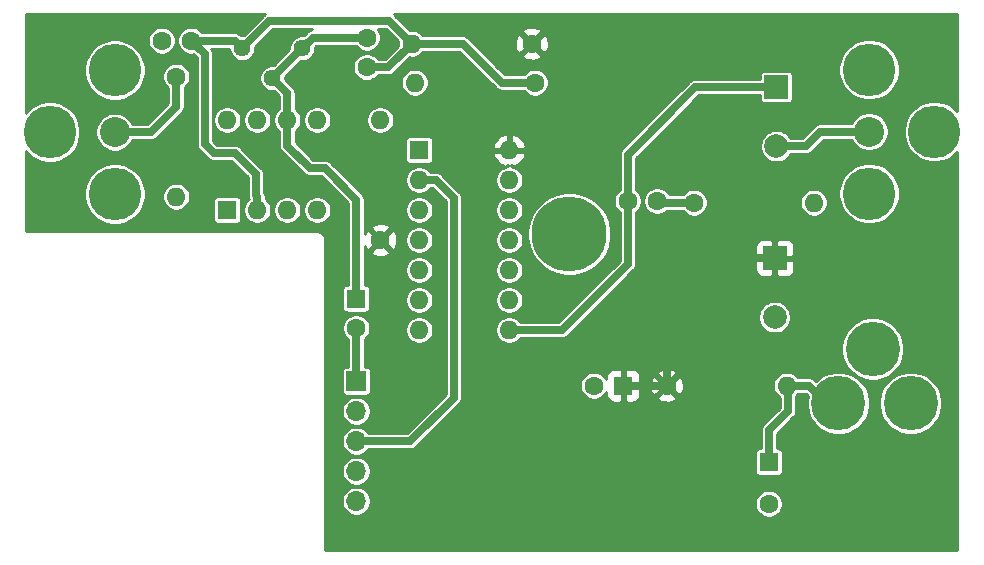
<source format=gbr>
G04 #@! TF.GenerationSoftware,KiCad,Pcbnew,(5.1.5)-3*
G04 #@! TF.CreationDate,2021-08-17T17:29:13-04:00*
G04 #@! TF.ProjectId,AudioAmp380,41756469-6f41-46d7-9033-38302e6b6963,1*
G04 #@! TF.SameCoordinates,Original*
G04 #@! TF.FileFunction,Copper,L1,Top*
G04 #@! TF.FilePolarity,Positive*
%FSLAX46Y46*%
G04 Gerber Fmt 4.6, Leading zero omitted, Abs format (unit mm)*
G04 Created by KiCad (PCBNEW (5.1.5)-3) date 2021-08-17 17:29:13*
%MOMM*%
%LPD*%
G04 APERTURE LIST*
%ADD10R,1.600000X1.600000*%
%ADD11O,1.600000X1.600000*%
%ADD12C,1.600000*%
%ADD13R,2.000000X2.000000*%
%ADD14C,2.000000*%
%ADD15C,6.350000*%
%ADD16C,4.445000*%
%ADD17C,2.540000*%
%ADD18R,1.700000X1.700000*%
%ADD19O,1.700000X1.700000*%
%ADD20C,4.600000*%
%ADD21C,1.440000*%
%ADD22C,0.635000*%
%ADD23C,0.254000*%
G04 APERTURE END LIST*
D10*
X50058000Y-63258400D03*
D11*
X57678000Y-55638400D03*
X52598000Y-63258400D03*
X55138000Y-55638400D03*
X55138000Y-63258400D03*
X52598000Y-55638400D03*
X57678000Y-63258400D03*
X50058000Y-55638400D03*
X63012000Y-55638400D03*
D12*
X63012000Y-65798400D03*
D11*
X65933000Y-52463400D03*
D12*
X76093000Y-52463400D03*
X45740000Y-51955400D03*
D11*
X45740000Y-62115400D03*
D13*
X96413000Y-67322400D03*
D14*
X96413000Y-72322400D03*
D10*
X95905000Y-84613400D03*
D12*
X95905000Y-88113400D03*
D15*
X79014000Y-65290400D03*
D13*
X96540000Y-52844400D03*
D14*
X96540000Y-57844400D03*
D16*
X35021200Y-56654400D03*
X40533000Y-61899500D03*
X40533000Y-51409300D03*
D17*
X40533000Y-56654400D03*
D16*
X109916800Y-56613400D03*
X104405000Y-51368300D03*
X104405000Y-61858500D03*
D17*
X104405000Y-56613400D03*
D18*
X60980000Y-77736400D03*
D19*
X60980000Y-80276400D03*
X60980000Y-82816400D03*
X60980000Y-85356400D03*
X60980000Y-87896400D03*
D20*
X107905000Y-79613400D03*
X101805000Y-79613400D03*
X104705000Y-75013400D03*
D12*
X83967000Y-62496400D03*
X86467000Y-62496400D03*
D10*
X66314000Y-58178400D03*
D11*
X73934000Y-73418400D03*
X66314000Y-60718400D03*
X73934000Y-70878400D03*
X66314000Y-63258400D03*
X73934000Y-68338400D03*
X66314000Y-65798400D03*
X73934000Y-65798400D03*
X66314000Y-68338400D03*
X73934000Y-63258400D03*
X66314000Y-70878400D03*
X73934000Y-60718400D03*
X66314000Y-73418400D03*
X73934000Y-58178400D03*
D12*
X47010000Y-48907400D03*
X44510000Y-48907400D03*
X61869000Y-51153400D03*
X61869000Y-48653400D03*
D21*
X56408000Y-49542400D03*
X53868000Y-52082400D03*
X51328000Y-49542400D03*
D12*
X75839000Y-49161400D03*
D11*
X65679000Y-49161400D03*
X97429000Y-78113400D03*
D12*
X87269000Y-78113400D03*
X89555000Y-62623400D03*
D11*
X99715000Y-62623400D03*
D10*
X83586000Y-78117400D03*
D12*
X81086000Y-78117400D03*
X60980000Y-73251400D03*
D10*
X60980000Y-70751400D03*
D22*
X97525000Y-78113400D02*
X97525000Y-80293400D01*
X95905000Y-81913400D02*
X95905000Y-84613400D01*
X97525000Y-80293400D02*
X95905000Y-81913400D01*
X101805000Y-79613400D02*
X100805000Y-79613400D01*
X100805000Y-79613400D02*
X99305000Y-78113400D01*
X99305000Y-78113400D02*
X97525000Y-78113400D01*
X86594000Y-62623400D02*
X86467000Y-62496400D01*
X89555000Y-62623400D02*
X86594000Y-62623400D01*
X40533000Y-56654400D02*
X43581000Y-56654400D01*
X45740000Y-54495400D02*
X45740000Y-51955400D01*
X43581000Y-56654400D02*
X45740000Y-54495400D01*
X96540000Y-57844400D02*
X99033000Y-57844400D01*
X100264000Y-56613400D02*
X104405000Y-56613400D01*
X99033000Y-57844400D02*
X100264000Y-56613400D01*
X60980000Y-77736400D02*
X60980000Y-73251400D01*
X83967000Y-58559400D02*
X83967000Y-62496400D01*
X96540000Y-52844400D02*
X89682000Y-52844400D01*
X89682000Y-52844400D02*
X83967000Y-58559400D01*
X83967000Y-67830400D02*
X83967000Y-62496400D01*
X78379000Y-73418400D02*
X83967000Y-67830400D01*
X73934000Y-73418400D02*
X78379000Y-73418400D01*
X67711000Y-60718400D02*
X66314000Y-60718400D01*
X69235000Y-62242400D02*
X67711000Y-60718400D01*
X60980000Y-82816400D02*
X65552000Y-82816400D01*
X69235000Y-79133400D02*
X69235000Y-62242400D01*
X65552000Y-82816400D02*
X69235000Y-79133400D01*
X87265000Y-78117400D02*
X87269000Y-78113400D01*
X84094000Y-78117400D02*
X87265000Y-78117400D01*
X87269000Y-72021400D02*
X87269000Y-78113400D01*
X96413000Y-67322400D02*
X91968000Y-67322400D01*
X91968000Y-67322400D02*
X87269000Y-72021400D01*
X83590000Y-78113400D02*
X83586000Y-78117400D01*
X87269000Y-78113400D02*
X83590000Y-78113400D01*
X63687000Y-51153400D02*
X65679000Y-49161400D01*
X61869000Y-51153400D02*
X63687000Y-51153400D01*
X76093000Y-52463400D02*
X73299000Y-52463400D01*
X69997000Y-49161400D02*
X65679000Y-49161400D01*
X73299000Y-52463400D02*
X69997000Y-49161400D01*
X50693000Y-48907400D02*
X51328000Y-49542400D01*
X47010000Y-48907400D02*
X50693000Y-48907400D01*
X52598000Y-62127030D02*
X52471000Y-62000030D01*
X52598000Y-63258400D02*
X52598000Y-62127030D01*
X52471000Y-62000030D02*
X52471000Y-60210400D01*
X52471000Y-60210400D02*
X50693000Y-58432400D01*
X50693000Y-58432400D02*
X48915000Y-58432400D01*
X48915000Y-58432400D02*
X48153000Y-57670400D01*
X48153000Y-50050400D02*
X47010000Y-48907400D01*
X48153000Y-57670400D02*
X48153000Y-50050400D01*
X63774000Y-47256400D02*
X65679000Y-49161400D01*
X51328000Y-49542400D02*
X53614000Y-47256400D01*
X53614000Y-47256400D02*
X63774000Y-47256400D01*
X56408000Y-49542400D02*
X53868000Y-52082400D01*
X57297000Y-48653400D02*
X56408000Y-49542400D01*
X61869000Y-48653400D02*
X57297000Y-48653400D01*
X55138000Y-53352400D02*
X53868000Y-52082400D01*
X55138000Y-55638400D02*
X55138000Y-53352400D01*
X57043000Y-59702400D02*
X58313000Y-59702400D01*
X60980000Y-62369400D02*
X60980000Y-70751400D01*
X55138000Y-55638400D02*
X55138000Y-57797400D01*
X58313000Y-59702400D02*
X60980000Y-62369400D01*
X55138000Y-57797400D02*
X57043000Y-59702400D01*
D23*
G36*
X53144345Y-46738226D02*
G01*
X53144337Y-46738234D01*
X53117697Y-46760097D01*
X53095834Y-46786737D01*
X51440387Y-48442185D01*
X51436439Y-48441400D01*
X51219561Y-48441400D01*
X51215612Y-48442185D01*
X51211175Y-48437748D01*
X51189303Y-48411097D01*
X51082943Y-48323809D01*
X50961597Y-48258948D01*
X50829930Y-48219007D01*
X50727309Y-48208900D01*
X50727298Y-48208900D01*
X50693000Y-48205522D01*
X50658702Y-48208900D01*
X47963653Y-48208900D01*
X47927342Y-48154557D01*
X47762843Y-47990058D01*
X47569413Y-47860812D01*
X47354485Y-47771786D01*
X47126318Y-47726400D01*
X46893682Y-47726400D01*
X46665515Y-47771786D01*
X46450587Y-47860812D01*
X46257157Y-47990058D01*
X46092658Y-48154557D01*
X45963412Y-48347987D01*
X45874386Y-48562915D01*
X45829000Y-48791082D01*
X45829000Y-49023718D01*
X45874386Y-49251885D01*
X45963412Y-49466813D01*
X46092658Y-49660243D01*
X46257157Y-49824742D01*
X46450587Y-49953988D01*
X46665515Y-50043014D01*
X46893682Y-50088400D01*
X47126318Y-50088400D01*
X47190421Y-50075649D01*
X47454501Y-50339730D01*
X47454500Y-57636102D01*
X47451122Y-57670400D01*
X47454500Y-57704698D01*
X47454500Y-57704708D01*
X47464607Y-57807329D01*
X47504548Y-57938996D01*
X47504549Y-57938998D01*
X47569409Y-58060343D01*
X47634826Y-58140053D01*
X47634829Y-58140056D01*
X47656697Y-58166702D01*
X47683344Y-58188571D01*
X48396829Y-58902057D01*
X48418697Y-58928703D01*
X48445343Y-58950571D01*
X48445346Y-58950574D01*
X48525056Y-59015991D01*
X48589917Y-59050660D01*
X48646403Y-59080852D01*
X48778070Y-59120793D01*
X48880691Y-59130900D01*
X48880702Y-59130900D01*
X48915000Y-59134278D01*
X48949298Y-59130900D01*
X50403673Y-59130900D01*
X51772501Y-60499729D01*
X51772500Y-61965731D01*
X51769122Y-62000030D01*
X51772500Y-62034328D01*
X51772500Y-62034338D01*
X51782607Y-62136959D01*
X51822548Y-62268626D01*
X51822549Y-62268628D01*
X51857025Y-62333128D01*
X51845157Y-62341058D01*
X51680658Y-62505557D01*
X51551412Y-62698987D01*
X51462386Y-62913915D01*
X51417000Y-63142082D01*
X51417000Y-63374718D01*
X51462386Y-63602885D01*
X51551412Y-63817813D01*
X51680658Y-64011243D01*
X51845157Y-64175742D01*
X52038587Y-64304988D01*
X52253515Y-64394014D01*
X52481682Y-64439400D01*
X52714318Y-64439400D01*
X52942485Y-64394014D01*
X53157413Y-64304988D01*
X53350843Y-64175742D01*
X53515342Y-64011243D01*
X53644588Y-63817813D01*
X53733614Y-63602885D01*
X53779000Y-63374718D01*
X53779000Y-63142082D01*
X53957000Y-63142082D01*
X53957000Y-63374718D01*
X54002386Y-63602885D01*
X54091412Y-63817813D01*
X54220658Y-64011243D01*
X54385157Y-64175742D01*
X54578587Y-64304988D01*
X54793515Y-64394014D01*
X55021682Y-64439400D01*
X55254318Y-64439400D01*
X55482485Y-64394014D01*
X55697413Y-64304988D01*
X55890843Y-64175742D01*
X56055342Y-64011243D01*
X56184588Y-63817813D01*
X56273614Y-63602885D01*
X56319000Y-63374718D01*
X56319000Y-63142082D01*
X56497000Y-63142082D01*
X56497000Y-63374718D01*
X56542386Y-63602885D01*
X56631412Y-63817813D01*
X56760658Y-64011243D01*
X56925157Y-64175742D01*
X57118587Y-64304988D01*
X57333515Y-64394014D01*
X57561682Y-64439400D01*
X57794318Y-64439400D01*
X58022485Y-64394014D01*
X58237413Y-64304988D01*
X58430843Y-64175742D01*
X58595342Y-64011243D01*
X58724588Y-63817813D01*
X58813614Y-63602885D01*
X58859000Y-63374718D01*
X58859000Y-63142082D01*
X58813614Y-62913915D01*
X58724588Y-62698987D01*
X58595342Y-62505557D01*
X58430843Y-62341058D01*
X58237413Y-62211812D01*
X58022485Y-62122786D01*
X57794318Y-62077400D01*
X57561682Y-62077400D01*
X57333515Y-62122786D01*
X57118587Y-62211812D01*
X56925157Y-62341058D01*
X56760658Y-62505557D01*
X56631412Y-62698987D01*
X56542386Y-62913915D01*
X56497000Y-63142082D01*
X56319000Y-63142082D01*
X56273614Y-62913915D01*
X56184588Y-62698987D01*
X56055342Y-62505557D01*
X55890843Y-62341058D01*
X55697413Y-62211812D01*
X55482485Y-62122786D01*
X55254318Y-62077400D01*
X55021682Y-62077400D01*
X54793515Y-62122786D01*
X54578587Y-62211812D01*
X54385157Y-62341058D01*
X54220658Y-62505557D01*
X54091412Y-62698987D01*
X54002386Y-62913915D01*
X53957000Y-63142082D01*
X53779000Y-63142082D01*
X53733614Y-62913915D01*
X53644588Y-62698987D01*
X53515342Y-62505557D01*
X53350843Y-62341058D01*
X53296500Y-62304747D01*
X53296500Y-62161327D01*
X53299878Y-62127029D01*
X53296500Y-62092731D01*
X53296500Y-62092721D01*
X53286393Y-61990100D01*
X53246452Y-61858433D01*
X53181591Y-61737087D01*
X53169500Y-61722354D01*
X53169500Y-60244698D01*
X53172878Y-60210400D01*
X53169500Y-60176102D01*
X53169500Y-60176091D01*
X53159393Y-60073470D01*
X53119452Y-59941803D01*
X53064679Y-59839330D01*
X53054591Y-59820456D01*
X52989174Y-59740746D01*
X52989171Y-59740743D01*
X52967303Y-59714097D01*
X52940657Y-59692229D01*
X51211173Y-57962746D01*
X51189303Y-57936097D01*
X51082943Y-57848809D01*
X50961597Y-57783948D01*
X50829930Y-57744007D01*
X50727309Y-57733900D01*
X50727298Y-57733900D01*
X50693000Y-57730522D01*
X50658702Y-57733900D01*
X49204328Y-57733900D01*
X48851500Y-57381073D01*
X48851500Y-55522082D01*
X48877000Y-55522082D01*
X48877000Y-55754718D01*
X48922386Y-55982885D01*
X49011412Y-56197813D01*
X49140658Y-56391243D01*
X49305157Y-56555742D01*
X49498587Y-56684988D01*
X49713515Y-56774014D01*
X49941682Y-56819400D01*
X50174318Y-56819400D01*
X50402485Y-56774014D01*
X50617413Y-56684988D01*
X50810843Y-56555742D01*
X50975342Y-56391243D01*
X51104588Y-56197813D01*
X51193614Y-55982885D01*
X51239000Y-55754718D01*
X51239000Y-55522082D01*
X51417000Y-55522082D01*
X51417000Y-55754718D01*
X51462386Y-55982885D01*
X51551412Y-56197813D01*
X51680658Y-56391243D01*
X51845157Y-56555742D01*
X52038587Y-56684988D01*
X52253515Y-56774014D01*
X52481682Y-56819400D01*
X52714318Y-56819400D01*
X52942485Y-56774014D01*
X53157413Y-56684988D01*
X53350843Y-56555742D01*
X53515342Y-56391243D01*
X53644588Y-56197813D01*
X53733614Y-55982885D01*
X53779000Y-55754718D01*
X53779000Y-55522082D01*
X53733614Y-55293915D01*
X53644588Y-55078987D01*
X53515342Y-54885557D01*
X53350843Y-54721058D01*
X53157413Y-54591812D01*
X52942485Y-54502786D01*
X52714318Y-54457400D01*
X52481682Y-54457400D01*
X52253515Y-54502786D01*
X52038587Y-54591812D01*
X51845157Y-54721058D01*
X51680658Y-54885557D01*
X51551412Y-55078987D01*
X51462386Y-55293915D01*
X51417000Y-55522082D01*
X51239000Y-55522082D01*
X51193614Y-55293915D01*
X51104588Y-55078987D01*
X50975342Y-54885557D01*
X50810843Y-54721058D01*
X50617413Y-54591812D01*
X50402485Y-54502786D01*
X50174318Y-54457400D01*
X49941682Y-54457400D01*
X49713515Y-54502786D01*
X49498587Y-54591812D01*
X49305157Y-54721058D01*
X49140658Y-54885557D01*
X49011412Y-55078987D01*
X48922386Y-55293915D01*
X48877000Y-55522082D01*
X48851500Y-55522082D01*
X48851500Y-50084697D01*
X48854878Y-50050399D01*
X48851500Y-50016101D01*
X48851500Y-50016091D01*
X48841393Y-49913470D01*
X48801452Y-49781803D01*
X48799255Y-49777692D01*
X48736591Y-49660456D01*
X48691818Y-49605900D01*
X50227000Y-49605900D01*
X50227000Y-49650839D01*
X50269311Y-49863550D01*
X50352307Y-50063919D01*
X50472798Y-50244246D01*
X50626154Y-50397602D01*
X50806481Y-50518093D01*
X51006850Y-50601089D01*
X51219561Y-50643400D01*
X51436439Y-50643400D01*
X51649150Y-50601089D01*
X51849519Y-50518093D01*
X52029846Y-50397602D01*
X52183202Y-50244246D01*
X52303693Y-50063919D01*
X52386689Y-49863550D01*
X52429000Y-49650839D01*
X52429000Y-49433961D01*
X52428215Y-49430013D01*
X53903329Y-47954900D01*
X57262691Y-47954900D01*
X57160070Y-47965007D01*
X57028403Y-48004948D01*
X56989418Y-48025786D01*
X56907056Y-48069809D01*
X56827346Y-48135226D01*
X56827343Y-48135229D01*
X56800697Y-48157097D01*
X56778829Y-48183743D01*
X56520387Y-48442185D01*
X56516439Y-48441400D01*
X56299561Y-48441400D01*
X56086850Y-48483711D01*
X55886481Y-48566707D01*
X55706154Y-48687198D01*
X55552798Y-48840554D01*
X55432307Y-49020881D01*
X55349311Y-49221250D01*
X55307000Y-49433961D01*
X55307000Y-49650839D01*
X55307785Y-49654787D01*
X53980387Y-50982185D01*
X53976439Y-50981400D01*
X53759561Y-50981400D01*
X53546850Y-51023711D01*
X53346481Y-51106707D01*
X53166154Y-51227198D01*
X53012798Y-51380554D01*
X52892307Y-51560881D01*
X52809311Y-51761250D01*
X52767000Y-51973961D01*
X52767000Y-52190839D01*
X52809311Y-52403550D01*
X52892307Y-52603919D01*
X53012798Y-52784246D01*
X53166154Y-52937602D01*
X53346481Y-53058093D01*
X53546850Y-53141089D01*
X53759561Y-53183400D01*
X53976439Y-53183400D01*
X53980387Y-53182615D01*
X54439501Y-53641730D01*
X54439500Y-54684747D01*
X54385157Y-54721058D01*
X54220658Y-54885557D01*
X54091412Y-55078987D01*
X54002386Y-55293915D01*
X53957000Y-55522082D01*
X53957000Y-55754718D01*
X54002386Y-55982885D01*
X54091412Y-56197813D01*
X54220658Y-56391243D01*
X54385157Y-56555742D01*
X54439500Y-56592053D01*
X54439501Y-57763092D01*
X54436122Y-57797400D01*
X54439501Y-57831708D01*
X54439501Y-57831709D01*
X54449608Y-57934330D01*
X54463865Y-57981329D01*
X54489549Y-58065998D01*
X54554409Y-58187343D01*
X54619826Y-58267053D01*
X54619830Y-58267057D01*
X54641698Y-58293703D01*
X54668344Y-58315571D01*
X56524829Y-60172057D01*
X56546697Y-60198703D01*
X56573343Y-60220571D01*
X56573346Y-60220574D01*
X56653056Y-60285991D01*
X56717917Y-60320660D01*
X56774403Y-60350852D01*
X56906070Y-60390793D01*
X57008691Y-60400900D01*
X57008702Y-60400900D01*
X57043000Y-60404278D01*
X57077298Y-60400900D01*
X58023673Y-60400900D01*
X60281500Y-62658728D01*
X60281501Y-69568557D01*
X60180000Y-69568557D01*
X60105311Y-69575913D01*
X60033492Y-69597699D01*
X59967304Y-69633078D01*
X59909289Y-69680689D01*
X59861678Y-69738704D01*
X59826299Y-69804892D01*
X59804513Y-69876711D01*
X59797157Y-69951400D01*
X59797157Y-71551400D01*
X59804513Y-71626089D01*
X59826299Y-71697908D01*
X59861678Y-71764096D01*
X59909289Y-71822111D01*
X59967304Y-71869722D01*
X60033492Y-71905101D01*
X60105311Y-71926887D01*
X60180000Y-71934243D01*
X61780000Y-71934243D01*
X61854689Y-71926887D01*
X61926508Y-71905101D01*
X61992696Y-71869722D01*
X62050711Y-71822111D01*
X62098322Y-71764096D01*
X62133701Y-71697908D01*
X62155487Y-71626089D01*
X62162843Y-71551400D01*
X62162843Y-70762082D01*
X65133000Y-70762082D01*
X65133000Y-70994718D01*
X65178386Y-71222885D01*
X65267412Y-71437813D01*
X65396658Y-71631243D01*
X65561157Y-71795742D01*
X65754587Y-71924988D01*
X65969515Y-72014014D01*
X66197682Y-72059400D01*
X66430318Y-72059400D01*
X66658485Y-72014014D01*
X66873413Y-71924988D01*
X67066843Y-71795742D01*
X67231342Y-71631243D01*
X67360588Y-71437813D01*
X67449614Y-71222885D01*
X67495000Y-70994718D01*
X67495000Y-70762082D01*
X67449614Y-70533915D01*
X67360588Y-70318987D01*
X67231342Y-70125557D01*
X67066843Y-69961058D01*
X66873413Y-69831812D01*
X66658485Y-69742786D01*
X66430318Y-69697400D01*
X66197682Y-69697400D01*
X65969515Y-69742786D01*
X65754587Y-69831812D01*
X65561157Y-69961058D01*
X65396658Y-70125557D01*
X65267412Y-70318987D01*
X65178386Y-70533915D01*
X65133000Y-70762082D01*
X62162843Y-70762082D01*
X62162843Y-69951400D01*
X62155487Y-69876711D01*
X62133701Y-69804892D01*
X62098322Y-69738704D01*
X62050711Y-69680689D01*
X61992696Y-69633078D01*
X61926508Y-69597699D01*
X61854689Y-69575913D01*
X61780000Y-69568557D01*
X61678500Y-69568557D01*
X61678500Y-68222082D01*
X65133000Y-68222082D01*
X65133000Y-68454718D01*
X65178386Y-68682885D01*
X65267412Y-68897813D01*
X65396658Y-69091243D01*
X65561157Y-69255742D01*
X65754587Y-69384988D01*
X65969515Y-69474014D01*
X66197682Y-69519400D01*
X66430318Y-69519400D01*
X66658485Y-69474014D01*
X66873413Y-69384988D01*
X67066843Y-69255742D01*
X67231342Y-69091243D01*
X67360588Y-68897813D01*
X67449614Y-68682885D01*
X67495000Y-68454718D01*
X67495000Y-68222082D01*
X67449614Y-67993915D01*
X67360588Y-67778987D01*
X67231342Y-67585557D01*
X67066843Y-67421058D01*
X66873413Y-67291812D01*
X66658485Y-67202786D01*
X66430318Y-67157400D01*
X66197682Y-67157400D01*
X65969515Y-67202786D01*
X65754587Y-67291812D01*
X65561157Y-67421058D01*
X65396658Y-67585557D01*
X65267412Y-67778987D01*
X65178386Y-67993915D01*
X65133000Y-68222082D01*
X61678500Y-68222082D01*
X61678500Y-66791102D01*
X62198903Y-66791102D01*
X62270486Y-67035071D01*
X62525996Y-67155971D01*
X62800184Y-67224700D01*
X63082512Y-67238617D01*
X63362130Y-67197187D01*
X63628292Y-67102003D01*
X63753514Y-67035071D01*
X63825097Y-66791102D01*
X63012000Y-65978005D01*
X62198903Y-66791102D01*
X61678500Y-66791102D01*
X61678500Y-66331091D01*
X61708397Y-66414692D01*
X61775329Y-66539914D01*
X62019298Y-66611497D01*
X62832395Y-65798400D01*
X63191605Y-65798400D01*
X64004702Y-66611497D01*
X64248671Y-66539914D01*
X64369571Y-66284404D01*
X64438300Y-66010216D01*
X64452217Y-65727888D01*
X64445431Y-65682082D01*
X65133000Y-65682082D01*
X65133000Y-65914718D01*
X65178386Y-66142885D01*
X65267412Y-66357813D01*
X65396658Y-66551243D01*
X65561157Y-66715742D01*
X65754587Y-66844988D01*
X65969515Y-66934014D01*
X66197682Y-66979400D01*
X66430318Y-66979400D01*
X66658485Y-66934014D01*
X66873413Y-66844988D01*
X67066843Y-66715742D01*
X67231342Y-66551243D01*
X67360588Y-66357813D01*
X67449614Y-66142885D01*
X67495000Y-65914718D01*
X67495000Y-65682082D01*
X67449614Y-65453915D01*
X67360588Y-65238987D01*
X67231342Y-65045557D01*
X67066843Y-64881058D01*
X66873413Y-64751812D01*
X66658485Y-64662786D01*
X66430318Y-64617400D01*
X66197682Y-64617400D01*
X65969515Y-64662786D01*
X65754587Y-64751812D01*
X65561157Y-64881058D01*
X65396658Y-65045557D01*
X65267412Y-65238987D01*
X65178386Y-65453915D01*
X65133000Y-65682082D01*
X64445431Y-65682082D01*
X64410787Y-65448270D01*
X64315603Y-65182108D01*
X64248671Y-65056886D01*
X64004702Y-64985303D01*
X63191605Y-65798400D01*
X62832395Y-65798400D01*
X62019298Y-64985303D01*
X61775329Y-65056886D01*
X61678500Y-65261524D01*
X61678500Y-64805698D01*
X62198903Y-64805698D01*
X63012000Y-65618795D01*
X63825097Y-64805698D01*
X63753514Y-64561729D01*
X63498004Y-64440829D01*
X63223816Y-64372100D01*
X62941488Y-64358183D01*
X62661870Y-64399613D01*
X62395708Y-64494797D01*
X62270486Y-64561729D01*
X62198903Y-64805698D01*
X61678500Y-64805698D01*
X61678500Y-63142082D01*
X65133000Y-63142082D01*
X65133000Y-63374718D01*
X65178386Y-63602885D01*
X65267412Y-63817813D01*
X65396658Y-64011243D01*
X65561157Y-64175742D01*
X65754587Y-64304988D01*
X65969515Y-64394014D01*
X66197682Y-64439400D01*
X66430318Y-64439400D01*
X66658485Y-64394014D01*
X66873413Y-64304988D01*
X67066843Y-64175742D01*
X67231342Y-64011243D01*
X67360588Y-63817813D01*
X67449614Y-63602885D01*
X67495000Y-63374718D01*
X67495000Y-63142082D01*
X67449614Y-62913915D01*
X67360588Y-62698987D01*
X67231342Y-62505557D01*
X67066843Y-62341058D01*
X66873413Y-62211812D01*
X66658485Y-62122786D01*
X66430318Y-62077400D01*
X66197682Y-62077400D01*
X65969515Y-62122786D01*
X65754587Y-62211812D01*
X65561157Y-62341058D01*
X65396658Y-62505557D01*
X65267412Y-62698987D01*
X65178386Y-62913915D01*
X65133000Y-63142082D01*
X61678500Y-63142082D01*
X61678500Y-62403698D01*
X61681878Y-62369400D01*
X61678500Y-62335102D01*
X61678500Y-62335091D01*
X61668393Y-62232470D01*
X61628452Y-62100803D01*
X61563591Y-61979457D01*
X61562581Y-61978226D01*
X61498174Y-61899746D01*
X61498167Y-61899739D01*
X61476302Y-61873097D01*
X61449662Y-61851234D01*
X58831173Y-59232746D01*
X58809303Y-59206097D01*
X58702943Y-59118809D01*
X58581597Y-59053948D01*
X58449930Y-59014007D01*
X58347309Y-59003900D01*
X58347298Y-59003900D01*
X58313000Y-59000522D01*
X58278702Y-59003900D01*
X57332328Y-59003900D01*
X55836500Y-57508073D01*
X55836500Y-57378400D01*
X65131157Y-57378400D01*
X65131157Y-58978400D01*
X65138513Y-59053089D01*
X65160299Y-59124908D01*
X65195678Y-59191096D01*
X65243289Y-59249111D01*
X65301304Y-59296722D01*
X65367492Y-59332101D01*
X65439311Y-59353887D01*
X65514000Y-59361243D01*
X67114000Y-59361243D01*
X67188689Y-59353887D01*
X67260508Y-59332101D01*
X67326696Y-59296722D01*
X67384711Y-59249111D01*
X67432322Y-59191096D01*
X67467701Y-59124908D01*
X67489487Y-59053089D01*
X67496843Y-58978400D01*
X67496843Y-58527439D01*
X72542096Y-58527439D01*
X72582754Y-58661487D01*
X72702963Y-58915820D01*
X72870481Y-59141814D01*
X73078869Y-59330785D01*
X73320119Y-59475470D01*
X73584960Y-59570309D01*
X73806998Y-59449025D01*
X73806998Y-59539525D01*
X73589515Y-59582786D01*
X73374587Y-59671812D01*
X73181157Y-59801058D01*
X73016658Y-59965557D01*
X72887412Y-60158987D01*
X72798386Y-60373915D01*
X72753000Y-60602082D01*
X72753000Y-60834718D01*
X72798386Y-61062885D01*
X72887412Y-61277813D01*
X73016658Y-61471243D01*
X73181157Y-61635742D01*
X73374587Y-61764988D01*
X73589515Y-61854014D01*
X73817682Y-61899400D01*
X74050318Y-61899400D01*
X74278485Y-61854014D01*
X74493413Y-61764988D01*
X74686843Y-61635742D01*
X74851342Y-61471243D01*
X74980588Y-61277813D01*
X75069614Y-61062885D01*
X75115000Y-60834718D01*
X75115000Y-60602082D01*
X75069614Y-60373915D01*
X74980588Y-60158987D01*
X74851342Y-59965557D01*
X74686843Y-59801058D01*
X74493413Y-59671812D01*
X74278485Y-59582786D01*
X74061002Y-59539525D01*
X74061002Y-59449025D01*
X74283040Y-59570309D01*
X74547881Y-59475470D01*
X74789131Y-59330785D01*
X74997519Y-59141814D01*
X75165037Y-58915820D01*
X75285246Y-58661487D01*
X75325904Y-58527439D01*
X75203915Y-58305400D01*
X74061000Y-58305400D01*
X74061000Y-58325400D01*
X73807000Y-58325400D01*
X73807000Y-58305400D01*
X72664085Y-58305400D01*
X72542096Y-58527439D01*
X67496843Y-58527439D01*
X67496843Y-57829361D01*
X72542096Y-57829361D01*
X72664085Y-58051400D01*
X73807000Y-58051400D01*
X73807000Y-56907776D01*
X74061000Y-56907776D01*
X74061000Y-58051400D01*
X75203915Y-58051400D01*
X75325904Y-57829361D01*
X75285246Y-57695313D01*
X75165037Y-57440980D01*
X74997519Y-57214986D01*
X74789131Y-57026015D01*
X74547881Y-56881330D01*
X74283040Y-56786491D01*
X74061000Y-56907776D01*
X73807000Y-56907776D01*
X73584960Y-56786491D01*
X73320119Y-56881330D01*
X73078869Y-57026015D01*
X72870481Y-57214986D01*
X72702963Y-57440980D01*
X72582754Y-57695313D01*
X72542096Y-57829361D01*
X67496843Y-57829361D01*
X67496843Y-57378400D01*
X67489487Y-57303711D01*
X67467701Y-57231892D01*
X67432322Y-57165704D01*
X67384711Y-57107689D01*
X67326696Y-57060078D01*
X67260508Y-57024699D01*
X67188689Y-57002913D01*
X67114000Y-56995557D01*
X65514000Y-56995557D01*
X65439311Y-57002913D01*
X65367492Y-57024699D01*
X65301304Y-57060078D01*
X65243289Y-57107689D01*
X65195678Y-57165704D01*
X65160299Y-57231892D01*
X65138513Y-57303711D01*
X65131157Y-57378400D01*
X55836500Y-57378400D01*
X55836500Y-56592053D01*
X55890843Y-56555742D01*
X56055342Y-56391243D01*
X56184588Y-56197813D01*
X56273614Y-55982885D01*
X56319000Y-55754718D01*
X56319000Y-55522082D01*
X56497000Y-55522082D01*
X56497000Y-55754718D01*
X56542386Y-55982885D01*
X56631412Y-56197813D01*
X56760658Y-56391243D01*
X56925157Y-56555742D01*
X57118587Y-56684988D01*
X57333515Y-56774014D01*
X57561682Y-56819400D01*
X57794318Y-56819400D01*
X58022485Y-56774014D01*
X58237413Y-56684988D01*
X58430843Y-56555742D01*
X58595342Y-56391243D01*
X58724588Y-56197813D01*
X58813614Y-55982885D01*
X58859000Y-55754718D01*
X58859000Y-55522082D01*
X61831000Y-55522082D01*
X61831000Y-55754718D01*
X61876386Y-55982885D01*
X61965412Y-56197813D01*
X62094658Y-56391243D01*
X62259157Y-56555742D01*
X62452587Y-56684988D01*
X62667515Y-56774014D01*
X62895682Y-56819400D01*
X63128318Y-56819400D01*
X63356485Y-56774014D01*
X63571413Y-56684988D01*
X63764843Y-56555742D01*
X63929342Y-56391243D01*
X64058588Y-56197813D01*
X64147614Y-55982885D01*
X64193000Y-55754718D01*
X64193000Y-55522082D01*
X64147614Y-55293915D01*
X64058588Y-55078987D01*
X63929342Y-54885557D01*
X63764843Y-54721058D01*
X63571413Y-54591812D01*
X63356485Y-54502786D01*
X63128318Y-54457400D01*
X62895682Y-54457400D01*
X62667515Y-54502786D01*
X62452587Y-54591812D01*
X62259157Y-54721058D01*
X62094658Y-54885557D01*
X61965412Y-55078987D01*
X61876386Y-55293915D01*
X61831000Y-55522082D01*
X58859000Y-55522082D01*
X58813614Y-55293915D01*
X58724588Y-55078987D01*
X58595342Y-54885557D01*
X58430843Y-54721058D01*
X58237413Y-54591812D01*
X58022485Y-54502786D01*
X57794318Y-54457400D01*
X57561682Y-54457400D01*
X57333515Y-54502786D01*
X57118587Y-54591812D01*
X56925157Y-54721058D01*
X56760658Y-54885557D01*
X56631412Y-55078987D01*
X56542386Y-55293915D01*
X56497000Y-55522082D01*
X56319000Y-55522082D01*
X56273614Y-55293915D01*
X56184588Y-55078987D01*
X56055342Y-54885557D01*
X55890843Y-54721058D01*
X55836500Y-54684747D01*
X55836500Y-53386697D01*
X55839878Y-53352399D01*
X55836500Y-53318101D01*
X55836500Y-53318091D01*
X55826393Y-53215470D01*
X55786452Y-53083803D01*
X55766776Y-53046991D01*
X55721591Y-52962456D01*
X55656174Y-52882745D01*
X55656166Y-52882737D01*
X55634303Y-52856097D01*
X55607662Y-52834233D01*
X55120511Y-52347082D01*
X64752000Y-52347082D01*
X64752000Y-52579718D01*
X64797386Y-52807885D01*
X64886412Y-53022813D01*
X65015658Y-53216243D01*
X65180157Y-53380742D01*
X65373587Y-53509988D01*
X65588515Y-53599014D01*
X65816682Y-53644400D01*
X66049318Y-53644400D01*
X66277485Y-53599014D01*
X66492413Y-53509988D01*
X66685843Y-53380742D01*
X66850342Y-53216243D01*
X66979588Y-53022813D01*
X67068614Y-52807885D01*
X67114000Y-52579718D01*
X67114000Y-52347082D01*
X67068614Y-52118915D01*
X66979588Y-51903987D01*
X66850342Y-51710557D01*
X66685843Y-51546058D01*
X66492413Y-51416812D01*
X66277485Y-51327786D01*
X66049318Y-51282400D01*
X65816682Y-51282400D01*
X65588515Y-51327786D01*
X65373587Y-51416812D01*
X65180157Y-51546058D01*
X65015658Y-51710557D01*
X64886412Y-51903987D01*
X64797386Y-52118915D01*
X64752000Y-52347082D01*
X55120511Y-52347082D01*
X54968215Y-52194787D01*
X54969000Y-52190839D01*
X54969000Y-51973961D01*
X54968215Y-51970013D01*
X56295613Y-50642615D01*
X56299561Y-50643400D01*
X56516439Y-50643400D01*
X56729150Y-50601089D01*
X56929519Y-50518093D01*
X57109846Y-50397602D01*
X57263202Y-50244246D01*
X57383693Y-50063919D01*
X57466689Y-49863550D01*
X57509000Y-49650839D01*
X57509000Y-49433961D01*
X57508215Y-49430013D01*
X57586328Y-49351900D01*
X60915347Y-49351900D01*
X60951658Y-49406243D01*
X61116157Y-49570742D01*
X61309587Y-49699988D01*
X61524515Y-49789014D01*
X61752682Y-49834400D01*
X61985318Y-49834400D01*
X62213485Y-49789014D01*
X62428413Y-49699988D01*
X62621843Y-49570742D01*
X62786342Y-49406243D01*
X62915588Y-49212813D01*
X63004614Y-48997885D01*
X63050000Y-48769718D01*
X63050000Y-48537082D01*
X63004614Y-48308915D01*
X62915588Y-48093987D01*
X62822653Y-47954900D01*
X63484673Y-47954900D01*
X64510751Y-48980979D01*
X64498000Y-49045082D01*
X64498000Y-49277718D01*
X64510751Y-49341821D01*
X63397673Y-50454900D01*
X62822653Y-50454900D01*
X62786342Y-50400557D01*
X62621843Y-50236058D01*
X62428413Y-50106812D01*
X62213485Y-50017786D01*
X61985318Y-49972400D01*
X61752682Y-49972400D01*
X61524515Y-50017786D01*
X61309587Y-50106812D01*
X61116157Y-50236058D01*
X60951658Y-50400557D01*
X60822412Y-50593987D01*
X60733386Y-50808915D01*
X60688000Y-51037082D01*
X60688000Y-51269718D01*
X60733386Y-51497885D01*
X60822412Y-51712813D01*
X60951658Y-51906243D01*
X61116157Y-52070742D01*
X61309587Y-52199988D01*
X61524515Y-52289014D01*
X61752682Y-52334400D01*
X61985318Y-52334400D01*
X62213485Y-52289014D01*
X62428413Y-52199988D01*
X62621843Y-52070742D01*
X62786342Y-51906243D01*
X62822653Y-51851900D01*
X63652702Y-51851900D01*
X63687000Y-51855278D01*
X63721298Y-51851900D01*
X63721309Y-51851900D01*
X63823930Y-51841793D01*
X63955597Y-51801852D01*
X64076943Y-51736991D01*
X64183303Y-51649703D01*
X64205175Y-51623052D01*
X65498579Y-50329649D01*
X65562682Y-50342400D01*
X65795318Y-50342400D01*
X66023485Y-50297014D01*
X66238413Y-50207988D01*
X66431843Y-50078742D01*
X66596342Y-49914243D01*
X66632653Y-49859900D01*
X69707673Y-49859900D01*
X72780834Y-52933063D01*
X72802697Y-52959703D01*
X72829337Y-52981566D01*
X72829345Y-52981574D01*
X72909056Y-53046991D01*
X72950109Y-53068934D01*
X73030403Y-53111852D01*
X73162070Y-53151793D01*
X73264691Y-53161900D01*
X73264701Y-53161900D01*
X73298999Y-53165278D01*
X73333297Y-53161900D01*
X75139347Y-53161900D01*
X75175658Y-53216243D01*
X75340157Y-53380742D01*
X75533587Y-53509988D01*
X75748515Y-53599014D01*
X75976682Y-53644400D01*
X76209318Y-53644400D01*
X76437485Y-53599014D01*
X76652413Y-53509988D01*
X76845843Y-53380742D01*
X77010342Y-53216243D01*
X77139588Y-53022813D01*
X77228614Y-52807885D01*
X77274000Y-52579718D01*
X77274000Y-52347082D01*
X77228614Y-52118915D01*
X77139588Y-51903987D01*
X77010342Y-51710557D01*
X76845843Y-51546058D01*
X76652413Y-51416812D01*
X76437485Y-51327786D01*
X76209318Y-51282400D01*
X75976682Y-51282400D01*
X75748515Y-51327786D01*
X75533587Y-51416812D01*
X75340157Y-51546058D01*
X75175658Y-51710557D01*
X75139347Y-51764900D01*
X73588329Y-51764900D01*
X72935307Y-51111878D01*
X101801500Y-51111878D01*
X101801500Y-51624722D01*
X101901551Y-52127713D01*
X102097808Y-52601520D01*
X102382730Y-53027934D01*
X102745366Y-53390570D01*
X103171780Y-53675492D01*
X103645587Y-53871749D01*
X104148578Y-53971800D01*
X104661422Y-53971800D01*
X105164413Y-53871749D01*
X105638220Y-53675492D01*
X106064634Y-53390570D01*
X106427270Y-53027934D01*
X106712192Y-52601520D01*
X106908449Y-52127713D01*
X107008500Y-51624722D01*
X107008500Y-51111878D01*
X106908449Y-50608887D01*
X106712192Y-50135080D01*
X106427270Y-49708666D01*
X106064634Y-49346030D01*
X105638220Y-49061108D01*
X105164413Y-48864851D01*
X104661422Y-48764800D01*
X104148578Y-48764800D01*
X103645587Y-48864851D01*
X103171780Y-49061108D01*
X102745366Y-49346030D01*
X102382730Y-49708666D01*
X102097808Y-50135080D01*
X101901551Y-50608887D01*
X101801500Y-51111878D01*
X72935307Y-51111878D01*
X71977531Y-50154102D01*
X75025903Y-50154102D01*
X75097486Y-50398071D01*
X75352996Y-50518971D01*
X75627184Y-50587700D01*
X75909512Y-50601617D01*
X76189130Y-50560187D01*
X76455292Y-50465003D01*
X76580514Y-50398071D01*
X76652097Y-50154102D01*
X75839000Y-49341005D01*
X75025903Y-50154102D01*
X71977531Y-50154102D01*
X71055340Y-49231912D01*
X74398783Y-49231912D01*
X74440213Y-49511530D01*
X74535397Y-49777692D01*
X74602329Y-49902914D01*
X74846298Y-49974497D01*
X75659395Y-49161400D01*
X76018605Y-49161400D01*
X76831702Y-49974497D01*
X77075671Y-49902914D01*
X77196571Y-49647404D01*
X77265300Y-49373216D01*
X77279217Y-49090888D01*
X77237787Y-48811270D01*
X77142603Y-48545108D01*
X77075671Y-48419886D01*
X76831702Y-48348303D01*
X76018605Y-49161400D01*
X75659395Y-49161400D01*
X74846298Y-48348303D01*
X74602329Y-48419886D01*
X74481429Y-48675396D01*
X74412700Y-48949584D01*
X74398783Y-49231912D01*
X71055340Y-49231912D01*
X70515173Y-48691746D01*
X70493303Y-48665097D01*
X70386943Y-48577809D01*
X70265597Y-48512948D01*
X70133930Y-48473007D01*
X70031309Y-48462900D01*
X70031298Y-48462900D01*
X69997000Y-48459522D01*
X69962702Y-48462900D01*
X66632653Y-48462900D01*
X66596342Y-48408557D01*
X66431843Y-48244058D01*
X66319059Y-48168698D01*
X75025903Y-48168698D01*
X75839000Y-48981795D01*
X76652097Y-48168698D01*
X76580514Y-47924729D01*
X76325004Y-47803829D01*
X76050816Y-47735100D01*
X75768488Y-47721183D01*
X75488870Y-47762613D01*
X75222708Y-47857797D01*
X75097486Y-47924729D01*
X75025903Y-48168698D01*
X66319059Y-48168698D01*
X66238413Y-48114812D01*
X66023485Y-48025786D01*
X65795318Y-47980400D01*
X65562682Y-47980400D01*
X65498579Y-47993151D01*
X64292175Y-46786748D01*
X64270303Y-46760097D01*
X64178676Y-46684900D01*
X111833501Y-46684900D01*
X111833501Y-54848197D01*
X111576434Y-54591130D01*
X111150020Y-54306208D01*
X110676213Y-54109951D01*
X110173222Y-54009900D01*
X109660378Y-54009900D01*
X109157387Y-54109951D01*
X108683580Y-54306208D01*
X108257166Y-54591130D01*
X107894530Y-54953766D01*
X107609608Y-55380180D01*
X107413351Y-55853987D01*
X107313300Y-56356978D01*
X107313300Y-56869822D01*
X107413351Y-57372813D01*
X107609608Y-57846620D01*
X107894530Y-58273034D01*
X108257166Y-58635670D01*
X108683580Y-58920592D01*
X109157387Y-59116849D01*
X109660378Y-59216900D01*
X110173222Y-59216900D01*
X110676213Y-59116849D01*
X111150020Y-58920592D01*
X111576434Y-58635670D01*
X111833501Y-58378603D01*
X111833500Y-92041900D01*
X58313000Y-92041900D01*
X58313000Y-87775157D01*
X59749000Y-87775157D01*
X59749000Y-88017643D01*
X59796307Y-88255469D01*
X59889102Y-88479497D01*
X60023820Y-88681117D01*
X60195283Y-88852580D01*
X60396903Y-88987298D01*
X60620931Y-89080093D01*
X60858757Y-89127400D01*
X61101243Y-89127400D01*
X61339069Y-89080093D01*
X61563097Y-88987298D01*
X61764717Y-88852580D01*
X61936180Y-88681117D01*
X62070898Y-88479497D01*
X62163693Y-88255469D01*
X62211000Y-88017643D01*
X62211000Y-87997082D01*
X94724000Y-87997082D01*
X94724000Y-88229718D01*
X94769386Y-88457885D01*
X94858412Y-88672813D01*
X94987658Y-88866243D01*
X95152157Y-89030742D01*
X95345587Y-89159988D01*
X95560515Y-89249014D01*
X95788682Y-89294400D01*
X96021318Y-89294400D01*
X96249485Y-89249014D01*
X96464413Y-89159988D01*
X96657843Y-89030742D01*
X96822342Y-88866243D01*
X96951588Y-88672813D01*
X97040614Y-88457885D01*
X97086000Y-88229718D01*
X97086000Y-87997082D01*
X97040614Y-87768915D01*
X96951588Y-87553987D01*
X96822342Y-87360557D01*
X96657843Y-87196058D01*
X96464413Y-87066812D01*
X96249485Y-86977786D01*
X96021318Y-86932400D01*
X95788682Y-86932400D01*
X95560515Y-86977786D01*
X95345587Y-87066812D01*
X95152157Y-87196058D01*
X94987658Y-87360557D01*
X94858412Y-87553987D01*
X94769386Y-87768915D01*
X94724000Y-87997082D01*
X62211000Y-87997082D01*
X62211000Y-87775157D01*
X62163693Y-87537331D01*
X62070898Y-87313303D01*
X61936180Y-87111683D01*
X61764717Y-86940220D01*
X61563097Y-86805502D01*
X61339069Y-86712707D01*
X61101243Y-86665400D01*
X60858757Y-86665400D01*
X60620931Y-86712707D01*
X60396903Y-86805502D01*
X60195283Y-86940220D01*
X60023820Y-87111683D01*
X59889102Y-87313303D01*
X59796307Y-87537331D01*
X59749000Y-87775157D01*
X58313000Y-87775157D01*
X58313000Y-85235157D01*
X59749000Y-85235157D01*
X59749000Y-85477643D01*
X59796307Y-85715469D01*
X59889102Y-85939497D01*
X60023820Y-86141117D01*
X60195283Y-86312580D01*
X60396903Y-86447298D01*
X60620931Y-86540093D01*
X60858757Y-86587400D01*
X61101243Y-86587400D01*
X61339069Y-86540093D01*
X61563097Y-86447298D01*
X61764717Y-86312580D01*
X61936180Y-86141117D01*
X62070898Y-85939497D01*
X62163693Y-85715469D01*
X62211000Y-85477643D01*
X62211000Y-85235157D01*
X62163693Y-84997331D01*
X62070898Y-84773303D01*
X61936180Y-84571683D01*
X61764717Y-84400220D01*
X61563097Y-84265502D01*
X61339069Y-84172707D01*
X61101243Y-84125400D01*
X60858757Y-84125400D01*
X60620931Y-84172707D01*
X60396903Y-84265502D01*
X60195283Y-84400220D01*
X60023820Y-84571683D01*
X59889102Y-84773303D01*
X59796307Y-84997331D01*
X59749000Y-85235157D01*
X58313000Y-85235157D01*
X58313000Y-82695157D01*
X59749000Y-82695157D01*
X59749000Y-82937643D01*
X59796307Y-83175469D01*
X59889102Y-83399497D01*
X60023820Y-83601117D01*
X60195283Y-83772580D01*
X60396903Y-83907298D01*
X60620931Y-84000093D01*
X60858757Y-84047400D01*
X61101243Y-84047400D01*
X61339069Y-84000093D01*
X61563097Y-83907298D01*
X61703625Y-83813400D01*
X94722157Y-83813400D01*
X94722157Y-85413400D01*
X94729513Y-85488089D01*
X94751299Y-85559908D01*
X94786678Y-85626096D01*
X94834289Y-85684111D01*
X94892304Y-85731722D01*
X94958492Y-85767101D01*
X95030311Y-85788887D01*
X95105000Y-85796243D01*
X96705000Y-85796243D01*
X96779689Y-85788887D01*
X96851508Y-85767101D01*
X96917696Y-85731722D01*
X96975711Y-85684111D01*
X97023322Y-85626096D01*
X97058701Y-85559908D01*
X97080487Y-85488089D01*
X97087843Y-85413400D01*
X97087843Y-83813400D01*
X97080487Y-83738711D01*
X97058701Y-83666892D01*
X97023322Y-83600704D01*
X96975711Y-83542689D01*
X96917696Y-83495078D01*
X96851508Y-83459699D01*
X96779689Y-83437913D01*
X96705000Y-83430557D01*
X96603500Y-83430557D01*
X96603500Y-82202727D01*
X97994657Y-80811571D01*
X98021303Y-80789703D01*
X98043171Y-80763057D01*
X98043174Y-80763054D01*
X98108591Y-80683344D01*
X98173451Y-80561999D01*
X98173452Y-80561997D01*
X98213393Y-80430330D01*
X98223500Y-80327709D01*
X98223500Y-80327698D01*
X98226878Y-80293400D01*
X98223500Y-80259102D01*
X98223500Y-78989085D01*
X98346342Y-78866243D01*
X98382653Y-78811900D01*
X99015673Y-78811900D01*
X99195196Y-78991423D01*
X99124000Y-79349345D01*
X99124000Y-79877455D01*
X99227030Y-80395419D01*
X99429129Y-80883330D01*
X99722531Y-81322438D01*
X100095962Y-81695869D01*
X100535070Y-81989271D01*
X101022981Y-82191370D01*
X101540945Y-82294400D01*
X102069055Y-82294400D01*
X102587019Y-82191370D01*
X103074930Y-81989271D01*
X103514038Y-81695869D01*
X103887469Y-81322438D01*
X104180871Y-80883330D01*
X104382970Y-80395419D01*
X104486000Y-79877455D01*
X104486000Y-79349345D01*
X105224000Y-79349345D01*
X105224000Y-79877455D01*
X105327030Y-80395419D01*
X105529129Y-80883330D01*
X105822531Y-81322438D01*
X106195962Y-81695869D01*
X106635070Y-81989271D01*
X107122981Y-82191370D01*
X107640945Y-82294400D01*
X108169055Y-82294400D01*
X108687019Y-82191370D01*
X109174930Y-81989271D01*
X109614038Y-81695869D01*
X109987469Y-81322438D01*
X110280871Y-80883330D01*
X110482970Y-80395419D01*
X110586000Y-79877455D01*
X110586000Y-79349345D01*
X110482970Y-78831381D01*
X110280871Y-78343470D01*
X109987469Y-77904362D01*
X109614038Y-77530931D01*
X109174930Y-77237529D01*
X108687019Y-77035430D01*
X108169055Y-76932400D01*
X107640945Y-76932400D01*
X107122981Y-77035430D01*
X106635070Y-77237529D01*
X106195962Y-77530931D01*
X105822531Y-77904362D01*
X105529129Y-78343470D01*
X105327030Y-78831381D01*
X105224000Y-79349345D01*
X104486000Y-79349345D01*
X104382970Y-78831381D01*
X104180871Y-78343470D01*
X103887469Y-77904362D01*
X103514038Y-77530931D01*
X103074930Y-77237529D01*
X102587019Y-77035430D01*
X102069055Y-76932400D01*
X101540945Y-76932400D01*
X101022981Y-77035430D01*
X100535070Y-77237529D01*
X100095962Y-77530931D01*
X99903160Y-77723733D01*
X99823175Y-77643748D01*
X99801303Y-77617097D01*
X99694943Y-77529809D01*
X99573597Y-77464948D01*
X99441930Y-77425007D01*
X99339309Y-77414900D01*
X99339298Y-77414900D01*
X99305000Y-77411522D01*
X99270702Y-77414900D01*
X98382653Y-77414900D01*
X98346342Y-77360557D01*
X98181843Y-77196058D01*
X97988413Y-77066812D01*
X97773485Y-76977786D01*
X97545318Y-76932400D01*
X97312682Y-76932400D01*
X97084515Y-76977786D01*
X96869587Y-77066812D01*
X96676157Y-77196058D01*
X96511658Y-77360557D01*
X96382412Y-77553987D01*
X96293386Y-77768915D01*
X96248000Y-77997082D01*
X96248000Y-78229718D01*
X96293386Y-78457885D01*
X96382412Y-78672813D01*
X96511658Y-78866243D01*
X96676157Y-79030742D01*
X96826500Y-79131198D01*
X96826501Y-80004071D01*
X95435344Y-81395229D01*
X95408697Y-81417098D01*
X95386829Y-81443744D01*
X95386826Y-81443747D01*
X95321409Y-81523457D01*
X95288300Y-81585400D01*
X95256548Y-81644804D01*
X95216607Y-81776471D01*
X95206500Y-81879092D01*
X95206500Y-81879102D01*
X95203122Y-81913400D01*
X95206500Y-81947698D01*
X95206501Y-83430557D01*
X95105000Y-83430557D01*
X95030311Y-83437913D01*
X94958492Y-83459699D01*
X94892304Y-83495078D01*
X94834289Y-83542689D01*
X94786678Y-83600704D01*
X94751299Y-83666892D01*
X94729513Y-83738711D01*
X94722157Y-83813400D01*
X61703625Y-83813400D01*
X61764717Y-83772580D01*
X61936180Y-83601117D01*
X61993788Y-83514900D01*
X65517702Y-83514900D01*
X65552000Y-83518278D01*
X65586298Y-83514900D01*
X65586309Y-83514900D01*
X65688930Y-83504793D01*
X65820597Y-83464852D01*
X65941943Y-83399991D01*
X66048303Y-83312703D01*
X66070175Y-83286052D01*
X69704662Y-79651566D01*
X69731302Y-79629703D01*
X69753167Y-79603061D01*
X69753174Y-79603054D01*
X69818591Y-79523343D01*
X69843646Y-79476469D01*
X69883452Y-79401997D01*
X69923393Y-79270330D01*
X69933500Y-79167709D01*
X69933500Y-79167698D01*
X69936878Y-79133400D01*
X69933500Y-79099102D01*
X69933500Y-78001082D01*
X79905000Y-78001082D01*
X79905000Y-78233718D01*
X79950386Y-78461885D01*
X80039412Y-78676813D01*
X80168658Y-78870243D01*
X80333157Y-79034742D01*
X80526587Y-79163988D01*
X80741515Y-79253014D01*
X80969682Y-79298400D01*
X81202318Y-79298400D01*
X81430485Y-79253014D01*
X81645413Y-79163988D01*
X81838843Y-79034742D01*
X82003342Y-78870243D01*
X82132588Y-78676813D01*
X82149611Y-78635717D01*
X82147928Y-78917400D01*
X82160188Y-79041882D01*
X82196498Y-79161580D01*
X82255463Y-79271894D01*
X82334815Y-79368585D01*
X82431506Y-79447937D01*
X82541820Y-79506902D01*
X82661518Y-79543212D01*
X82786000Y-79555472D01*
X83300250Y-79552400D01*
X83459000Y-79393650D01*
X83459000Y-78244400D01*
X83713000Y-78244400D01*
X83713000Y-79393650D01*
X83871750Y-79552400D01*
X84386000Y-79555472D01*
X84510482Y-79543212D01*
X84630180Y-79506902D01*
X84740494Y-79447937D01*
X84837185Y-79368585D01*
X84916537Y-79271894D01*
X84975502Y-79161580D01*
X84992331Y-79106102D01*
X86455903Y-79106102D01*
X86527486Y-79350071D01*
X86782996Y-79470971D01*
X87057184Y-79539700D01*
X87339512Y-79553617D01*
X87619130Y-79512187D01*
X87885292Y-79417003D01*
X88010514Y-79350071D01*
X88082097Y-79106102D01*
X87269000Y-78293005D01*
X86455903Y-79106102D01*
X84992331Y-79106102D01*
X85011812Y-79041882D01*
X85024072Y-78917400D01*
X85021000Y-78403150D01*
X84862250Y-78244400D01*
X83713000Y-78244400D01*
X83459000Y-78244400D01*
X83439000Y-78244400D01*
X83439000Y-78183912D01*
X85828783Y-78183912D01*
X85870213Y-78463530D01*
X85965397Y-78729692D01*
X86032329Y-78854914D01*
X86276298Y-78926497D01*
X87089395Y-78113400D01*
X87448605Y-78113400D01*
X88261702Y-78926497D01*
X88505671Y-78854914D01*
X88626571Y-78599404D01*
X88695300Y-78325216D01*
X88709217Y-78042888D01*
X88667787Y-77763270D01*
X88572603Y-77497108D01*
X88505671Y-77371886D01*
X88261702Y-77300303D01*
X87448605Y-78113400D01*
X87089395Y-78113400D01*
X86276298Y-77300303D01*
X86032329Y-77371886D01*
X85911429Y-77627396D01*
X85842700Y-77901584D01*
X85828783Y-78183912D01*
X83439000Y-78183912D01*
X83439000Y-77990400D01*
X83459000Y-77990400D01*
X83459000Y-76841150D01*
X83713000Y-76841150D01*
X83713000Y-77990400D01*
X84862250Y-77990400D01*
X85021000Y-77831650D01*
X85024072Y-77317400D01*
X85011812Y-77192918D01*
X84989905Y-77120698D01*
X86455903Y-77120698D01*
X87269000Y-77933795D01*
X88082097Y-77120698D01*
X88010514Y-76876729D01*
X87755004Y-76755829D01*
X87480816Y-76687100D01*
X87198488Y-76673183D01*
X86918870Y-76714613D01*
X86652708Y-76809797D01*
X86527486Y-76876729D01*
X86455903Y-77120698D01*
X84989905Y-77120698D01*
X84975502Y-77073220D01*
X84916537Y-76962906D01*
X84837185Y-76866215D01*
X84740494Y-76786863D01*
X84630180Y-76727898D01*
X84510482Y-76691588D01*
X84386000Y-76679328D01*
X83871750Y-76682400D01*
X83713000Y-76841150D01*
X83459000Y-76841150D01*
X83300250Y-76682400D01*
X82786000Y-76679328D01*
X82661518Y-76691588D01*
X82541820Y-76727898D01*
X82431506Y-76786863D01*
X82334815Y-76866215D01*
X82255463Y-76962906D01*
X82196498Y-77073220D01*
X82160188Y-77192918D01*
X82147928Y-77317400D01*
X82149611Y-77599083D01*
X82132588Y-77557987D01*
X82003342Y-77364557D01*
X81838843Y-77200058D01*
X81645413Y-77070812D01*
X81430485Y-76981786D01*
X81202318Y-76936400D01*
X80969682Y-76936400D01*
X80741515Y-76981786D01*
X80526587Y-77070812D01*
X80333157Y-77200058D01*
X80168658Y-77364557D01*
X80039412Y-77557987D01*
X79950386Y-77772915D01*
X79905000Y-78001082D01*
X69933500Y-78001082D01*
X69933500Y-74749345D01*
X102024000Y-74749345D01*
X102024000Y-75277455D01*
X102127030Y-75795419D01*
X102329129Y-76283330D01*
X102622531Y-76722438D01*
X102995962Y-77095869D01*
X103435070Y-77389271D01*
X103922981Y-77591370D01*
X104440945Y-77694400D01*
X104969055Y-77694400D01*
X105487019Y-77591370D01*
X105974930Y-77389271D01*
X106414038Y-77095869D01*
X106787469Y-76722438D01*
X107080871Y-76283330D01*
X107282970Y-75795419D01*
X107386000Y-75277455D01*
X107386000Y-74749345D01*
X107282970Y-74231381D01*
X107080871Y-73743470D01*
X106787469Y-73304362D01*
X106414038Y-72930931D01*
X105974930Y-72637529D01*
X105487019Y-72435430D01*
X104969055Y-72332400D01*
X104440945Y-72332400D01*
X103922981Y-72435430D01*
X103435070Y-72637529D01*
X102995962Y-72930931D01*
X102622531Y-73304362D01*
X102329129Y-73743470D01*
X102127030Y-74231381D01*
X102024000Y-74749345D01*
X69933500Y-74749345D01*
X69933500Y-73302082D01*
X72753000Y-73302082D01*
X72753000Y-73534718D01*
X72798386Y-73762885D01*
X72887412Y-73977813D01*
X73016658Y-74171243D01*
X73181157Y-74335742D01*
X73374587Y-74464988D01*
X73589515Y-74554014D01*
X73817682Y-74599400D01*
X74050318Y-74599400D01*
X74278485Y-74554014D01*
X74493413Y-74464988D01*
X74686843Y-74335742D01*
X74851342Y-74171243D01*
X74887653Y-74116900D01*
X78344702Y-74116900D01*
X78379000Y-74120278D01*
X78413298Y-74116900D01*
X78413309Y-74116900D01*
X78515930Y-74106793D01*
X78647597Y-74066852D01*
X78768943Y-74001991D01*
X78875303Y-73914703D01*
X78897175Y-73888052D01*
X80598844Y-72186383D01*
X95032000Y-72186383D01*
X95032000Y-72458417D01*
X95085071Y-72725223D01*
X95189174Y-72976549D01*
X95340307Y-73202736D01*
X95532664Y-73395093D01*
X95758851Y-73546226D01*
X96010177Y-73650329D01*
X96276983Y-73703400D01*
X96549017Y-73703400D01*
X96815823Y-73650329D01*
X97067149Y-73546226D01*
X97293336Y-73395093D01*
X97485693Y-73202736D01*
X97636826Y-72976549D01*
X97740929Y-72725223D01*
X97794000Y-72458417D01*
X97794000Y-72186383D01*
X97740929Y-71919577D01*
X97636826Y-71668251D01*
X97485693Y-71442064D01*
X97293336Y-71249707D01*
X97067149Y-71098574D01*
X96815823Y-70994471D01*
X96549017Y-70941400D01*
X96276983Y-70941400D01*
X96010177Y-70994471D01*
X95758851Y-71098574D01*
X95532664Y-71249707D01*
X95340307Y-71442064D01*
X95189174Y-71668251D01*
X95085071Y-71919577D01*
X95032000Y-72186383D01*
X80598844Y-72186383D01*
X84436662Y-68348566D01*
X84463302Y-68326703D01*
X84466833Y-68322400D01*
X94774928Y-68322400D01*
X94787188Y-68446882D01*
X94823498Y-68566580D01*
X94882463Y-68676894D01*
X94961815Y-68773585D01*
X95058506Y-68852937D01*
X95168820Y-68911902D01*
X95288518Y-68948212D01*
X95413000Y-68960472D01*
X96127250Y-68957400D01*
X96286000Y-68798650D01*
X96286000Y-67449400D01*
X96540000Y-67449400D01*
X96540000Y-68798650D01*
X96698750Y-68957400D01*
X97413000Y-68960472D01*
X97537482Y-68948212D01*
X97657180Y-68911902D01*
X97767494Y-68852937D01*
X97864185Y-68773585D01*
X97943537Y-68676894D01*
X98002502Y-68566580D01*
X98038812Y-68446882D01*
X98051072Y-68322400D01*
X98048000Y-67608150D01*
X97889250Y-67449400D01*
X96540000Y-67449400D01*
X96286000Y-67449400D01*
X94936750Y-67449400D01*
X94778000Y-67608150D01*
X94774928Y-68322400D01*
X84466833Y-68322400D01*
X84485167Y-68300061D01*
X84485173Y-68300055D01*
X84550591Y-68220344D01*
X84615451Y-68098999D01*
X84615452Y-68098996D01*
X84655393Y-67967330D01*
X84665500Y-67864709D01*
X84665500Y-67864699D01*
X84668878Y-67830401D01*
X84665500Y-67796103D01*
X84665500Y-66322400D01*
X94774928Y-66322400D01*
X94778000Y-67036650D01*
X94936750Y-67195400D01*
X96286000Y-67195400D01*
X96286000Y-65846150D01*
X96540000Y-65846150D01*
X96540000Y-67195400D01*
X97889250Y-67195400D01*
X98048000Y-67036650D01*
X98051072Y-66322400D01*
X98038812Y-66197918D01*
X98002502Y-66078220D01*
X97943537Y-65967906D01*
X97864185Y-65871215D01*
X97767494Y-65791863D01*
X97657180Y-65732898D01*
X97537482Y-65696588D01*
X97413000Y-65684328D01*
X96698750Y-65687400D01*
X96540000Y-65846150D01*
X96286000Y-65846150D01*
X96127250Y-65687400D01*
X95413000Y-65684328D01*
X95288518Y-65696588D01*
X95168820Y-65732898D01*
X95058506Y-65791863D01*
X94961815Y-65871215D01*
X94882463Y-65967906D01*
X94823498Y-66078220D01*
X94787188Y-66197918D01*
X94774928Y-66322400D01*
X84665500Y-66322400D01*
X84665500Y-63450053D01*
X84719843Y-63413742D01*
X84884342Y-63249243D01*
X85013588Y-63055813D01*
X85102614Y-62840885D01*
X85148000Y-62612718D01*
X85148000Y-62380082D01*
X85286000Y-62380082D01*
X85286000Y-62612718D01*
X85331386Y-62840885D01*
X85420412Y-63055813D01*
X85549658Y-63249243D01*
X85714157Y-63413742D01*
X85907587Y-63542988D01*
X86122515Y-63632014D01*
X86350682Y-63677400D01*
X86583318Y-63677400D01*
X86811485Y-63632014D01*
X87026413Y-63542988D01*
X87219843Y-63413742D01*
X87311685Y-63321900D01*
X88601347Y-63321900D01*
X88637658Y-63376243D01*
X88802157Y-63540742D01*
X88995587Y-63669988D01*
X89210515Y-63759014D01*
X89438682Y-63804400D01*
X89671318Y-63804400D01*
X89899485Y-63759014D01*
X90114413Y-63669988D01*
X90307843Y-63540742D01*
X90472342Y-63376243D01*
X90601588Y-63182813D01*
X90690614Y-62967885D01*
X90736000Y-62739718D01*
X90736000Y-62507082D01*
X98534000Y-62507082D01*
X98534000Y-62739718D01*
X98579386Y-62967885D01*
X98668412Y-63182813D01*
X98797658Y-63376243D01*
X98962157Y-63540742D01*
X99155587Y-63669988D01*
X99370515Y-63759014D01*
X99598682Y-63804400D01*
X99831318Y-63804400D01*
X100059485Y-63759014D01*
X100274413Y-63669988D01*
X100467843Y-63540742D01*
X100632342Y-63376243D01*
X100761588Y-63182813D01*
X100850614Y-62967885D01*
X100896000Y-62739718D01*
X100896000Y-62507082D01*
X100850614Y-62278915D01*
X100761588Y-62063987D01*
X100632342Y-61870557D01*
X100467843Y-61706058D01*
X100312227Y-61602078D01*
X101801500Y-61602078D01*
X101801500Y-62114922D01*
X101901551Y-62617913D01*
X102097808Y-63091720D01*
X102382730Y-63518134D01*
X102745366Y-63880770D01*
X103171780Y-64165692D01*
X103645587Y-64361949D01*
X104148578Y-64462000D01*
X104661422Y-64462000D01*
X105164413Y-64361949D01*
X105638220Y-64165692D01*
X106064634Y-63880770D01*
X106427270Y-63518134D01*
X106712192Y-63091720D01*
X106908449Y-62617913D01*
X107008500Y-62114922D01*
X107008500Y-61602078D01*
X106908449Y-61099087D01*
X106712192Y-60625280D01*
X106427270Y-60198866D01*
X106064634Y-59836230D01*
X105638220Y-59551308D01*
X105164413Y-59355051D01*
X104661422Y-59255000D01*
X104148578Y-59255000D01*
X103645587Y-59355051D01*
X103171780Y-59551308D01*
X102745366Y-59836230D01*
X102382730Y-60198866D01*
X102097808Y-60625280D01*
X101901551Y-61099087D01*
X101801500Y-61602078D01*
X100312227Y-61602078D01*
X100274413Y-61576812D01*
X100059485Y-61487786D01*
X99831318Y-61442400D01*
X99598682Y-61442400D01*
X99370515Y-61487786D01*
X99155587Y-61576812D01*
X98962157Y-61706058D01*
X98797658Y-61870557D01*
X98668412Y-62063987D01*
X98579386Y-62278915D01*
X98534000Y-62507082D01*
X90736000Y-62507082D01*
X90690614Y-62278915D01*
X90601588Y-62063987D01*
X90472342Y-61870557D01*
X90307843Y-61706058D01*
X90114413Y-61576812D01*
X89899485Y-61487786D01*
X89671318Y-61442400D01*
X89438682Y-61442400D01*
X89210515Y-61487786D01*
X88995587Y-61576812D01*
X88802157Y-61706058D01*
X88637658Y-61870557D01*
X88601347Y-61924900D01*
X87505512Y-61924900D01*
X87384342Y-61743557D01*
X87219843Y-61579058D01*
X87026413Y-61449812D01*
X86811485Y-61360786D01*
X86583318Y-61315400D01*
X86350682Y-61315400D01*
X86122515Y-61360786D01*
X85907587Y-61449812D01*
X85714157Y-61579058D01*
X85549658Y-61743557D01*
X85420412Y-61936987D01*
X85331386Y-62151915D01*
X85286000Y-62380082D01*
X85148000Y-62380082D01*
X85102614Y-62151915D01*
X85013588Y-61936987D01*
X84884342Y-61743557D01*
X84719843Y-61579058D01*
X84665500Y-61542747D01*
X84665500Y-58848727D01*
X85805844Y-57708383D01*
X95159000Y-57708383D01*
X95159000Y-57980417D01*
X95212071Y-58247223D01*
X95316174Y-58498549D01*
X95467307Y-58724736D01*
X95659664Y-58917093D01*
X95885851Y-59068226D01*
X96137177Y-59172329D01*
X96403983Y-59225400D01*
X96676017Y-59225400D01*
X96942823Y-59172329D01*
X97194149Y-59068226D01*
X97420336Y-58917093D01*
X97612693Y-58724736D01*
X97734192Y-58542900D01*
X98998702Y-58542900D01*
X99033000Y-58546278D01*
X99067298Y-58542900D01*
X99067309Y-58542900D01*
X99169930Y-58532793D01*
X99301597Y-58492852D01*
X99422943Y-58427991D01*
X99529303Y-58340703D01*
X99551175Y-58314052D01*
X100553328Y-57311900D01*
X102907299Y-57311900D01*
X102941903Y-57395442D01*
X103122585Y-57665851D01*
X103352549Y-57895815D01*
X103622958Y-58076497D01*
X103923421Y-58200953D01*
X104242391Y-58264400D01*
X104567609Y-58264400D01*
X104886579Y-58200953D01*
X105187042Y-58076497D01*
X105457451Y-57895815D01*
X105687415Y-57665851D01*
X105868097Y-57395442D01*
X105992553Y-57094979D01*
X106056000Y-56776009D01*
X106056000Y-56450791D01*
X105992553Y-56131821D01*
X105868097Y-55831358D01*
X105687415Y-55560949D01*
X105457451Y-55330985D01*
X105187042Y-55150303D01*
X104886579Y-55025847D01*
X104567609Y-54962400D01*
X104242391Y-54962400D01*
X103923421Y-55025847D01*
X103622958Y-55150303D01*
X103352549Y-55330985D01*
X103122585Y-55560949D01*
X102941903Y-55831358D01*
X102907299Y-55914900D01*
X100298298Y-55914900D01*
X100264000Y-55911522D01*
X100229702Y-55914900D01*
X100229691Y-55914900D01*
X100127070Y-55925007D01*
X99995403Y-55964948D01*
X99938917Y-55995140D01*
X99874056Y-56029809D01*
X99794346Y-56095226D01*
X99794343Y-56095229D01*
X99767697Y-56117097D01*
X99745829Y-56143743D01*
X98743673Y-57145900D01*
X97734192Y-57145900D01*
X97612693Y-56964064D01*
X97420336Y-56771707D01*
X97194149Y-56620574D01*
X96942823Y-56516471D01*
X96676017Y-56463400D01*
X96403983Y-56463400D01*
X96137177Y-56516471D01*
X95885851Y-56620574D01*
X95659664Y-56771707D01*
X95467307Y-56964064D01*
X95316174Y-57190251D01*
X95212071Y-57441577D01*
X95159000Y-57708383D01*
X85805844Y-57708383D01*
X89971328Y-53542900D01*
X95157157Y-53542900D01*
X95157157Y-53844400D01*
X95164513Y-53919089D01*
X95186299Y-53990908D01*
X95221678Y-54057096D01*
X95269289Y-54115111D01*
X95327304Y-54162722D01*
X95393492Y-54198101D01*
X95465311Y-54219887D01*
X95540000Y-54227243D01*
X97540000Y-54227243D01*
X97614689Y-54219887D01*
X97686508Y-54198101D01*
X97752696Y-54162722D01*
X97810711Y-54115111D01*
X97858322Y-54057096D01*
X97893701Y-53990908D01*
X97915487Y-53919089D01*
X97922843Y-53844400D01*
X97922843Y-51844400D01*
X97915487Y-51769711D01*
X97893701Y-51697892D01*
X97858322Y-51631704D01*
X97810711Y-51573689D01*
X97752696Y-51526078D01*
X97686508Y-51490699D01*
X97614689Y-51468913D01*
X97540000Y-51461557D01*
X95540000Y-51461557D01*
X95465311Y-51468913D01*
X95393492Y-51490699D01*
X95327304Y-51526078D01*
X95269289Y-51573689D01*
X95221678Y-51631704D01*
X95186299Y-51697892D01*
X95164513Y-51769711D01*
X95157157Y-51844400D01*
X95157157Y-52145900D01*
X89716298Y-52145900D01*
X89682000Y-52142522D01*
X89647702Y-52145900D01*
X89647691Y-52145900D01*
X89545070Y-52156007D01*
X89413403Y-52195948D01*
X89292057Y-52260809D01*
X89212346Y-52326226D01*
X89212343Y-52326229D01*
X89185697Y-52348097D01*
X89163829Y-52374743D01*
X83497344Y-58041229D01*
X83470697Y-58063098D01*
X83448829Y-58089744D01*
X83448826Y-58089747D01*
X83383409Y-58169457D01*
X83338225Y-58253991D01*
X83318548Y-58290804D01*
X83278607Y-58422471D01*
X83268500Y-58525092D01*
X83268500Y-58525102D01*
X83265122Y-58559400D01*
X83268500Y-58593698D01*
X83268501Y-61542747D01*
X83214157Y-61579058D01*
X83049658Y-61743557D01*
X82920412Y-61936987D01*
X82831386Y-62151915D01*
X82786000Y-62380082D01*
X82786000Y-62612718D01*
X82831386Y-62840885D01*
X82920412Y-63055813D01*
X83049658Y-63249243D01*
X83214157Y-63413742D01*
X83268501Y-63450053D01*
X83268500Y-67541072D01*
X78089673Y-72719900D01*
X74887653Y-72719900D01*
X74851342Y-72665557D01*
X74686843Y-72501058D01*
X74493413Y-72371812D01*
X74278485Y-72282786D01*
X74050318Y-72237400D01*
X73817682Y-72237400D01*
X73589515Y-72282786D01*
X73374587Y-72371812D01*
X73181157Y-72501058D01*
X73016658Y-72665557D01*
X72887412Y-72858987D01*
X72798386Y-73073915D01*
X72753000Y-73302082D01*
X69933500Y-73302082D01*
X69933500Y-70762082D01*
X72753000Y-70762082D01*
X72753000Y-70994718D01*
X72798386Y-71222885D01*
X72887412Y-71437813D01*
X73016658Y-71631243D01*
X73181157Y-71795742D01*
X73374587Y-71924988D01*
X73589515Y-72014014D01*
X73817682Y-72059400D01*
X74050318Y-72059400D01*
X74278485Y-72014014D01*
X74493413Y-71924988D01*
X74686843Y-71795742D01*
X74851342Y-71631243D01*
X74980588Y-71437813D01*
X75069614Y-71222885D01*
X75115000Y-70994718D01*
X75115000Y-70762082D01*
X75069614Y-70533915D01*
X74980588Y-70318987D01*
X74851342Y-70125557D01*
X74686843Y-69961058D01*
X74493413Y-69831812D01*
X74278485Y-69742786D01*
X74050318Y-69697400D01*
X73817682Y-69697400D01*
X73589515Y-69742786D01*
X73374587Y-69831812D01*
X73181157Y-69961058D01*
X73016658Y-70125557D01*
X72887412Y-70318987D01*
X72798386Y-70533915D01*
X72753000Y-70762082D01*
X69933500Y-70762082D01*
X69933500Y-68222082D01*
X72753000Y-68222082D01*
X72753000Y-68454718D01*
X72798386Y-68682885D01*
X72887412Y-68897813D01*
X73016658Y-69091243D01*
X73181157Y-69255742D01*
X73374587Y-69384988D01*
X73589515Y-69474014D01*
X73817682Y-69519400D01*
X74050318Y-69519400D01*
X74278485Y-69474014D01*
X74493413Y-69384988D01*
X74686843Y-69255742D01*
X74851342Y-69091243D01*
X74980588Y-68897813D01*
X75069614Y-68682885D01*
X75115000Y-68454718D01*
X75115000Y-68222082D01*
X75069614Y-67993915D01*
X74980588Y-67778987D01*
X74851342Y-67585557D01*
X74686843Y-67421058D01*
X74493413Y-67291812D01*
X74278485Y-67202786D01*
X74050318Y-67157400D01*
X73817682Y-67157400D01*
X73589515Y-67202786D01*
X73374587Y-67291812D01*
X73181157Y-67421058D01*
X73016658Y-67585557D01*
X72887412Y-67778987D01*
X72798386Y-67993915D01*
X72753000Y-68222082D01*
X69933500Y-68222082D01*
X69933500Y-65682082D01*
X72753000Y-65682082D01*
X72753000Y-65914718D01*
X72798386Y-66142885D01*
X72887412Y-66357813D01*
X73016658Y-66551243D01*
X73181157Y-66715742D01*
X73374587Y-66844988D01*
X73589515Y-66934014D01*
X73817682Y-66979400D01*
X74050318Y-66979400D01*
X74278485Y-66934014D01*
X74493413Y-66844988D01*
X74686843Y-66715742D01*
X74851342Y-66551243D01*
X74980588Y-66357813D01*
X75069614Y-66142885D01*
X75115000Y-65914718D01*
X75115000Y-65682082D01*
X75069614Y-65453915D01*
X74980588Y-65238987D01*
X74851342Y-65045557D01*
X74745950Y-64940165D01*
X75458000Y-64940165D01*
X75458000Y-65640635D01*
X75594655Y-66327647D01*
X75862714Y-66974798D01*
X76251874Y-67557218D01*
X76747182Y-68052526D01*
X77329602Y-68441686D01*
X77976753Y-68709745D01*
X78663765Y-68846400D01*
X79364235Y-68846400D01*
X80051247Y-68709745D01*
X80698398Y-68441686D01*
X81280818Y-68052526D01*
X81776126Y-67557218D01*
X82165286Y-66974798D01*
X82433345Y-66327647D01*
X82570000Y-65640635D01*
X82570000Y-64940165D01*
X82433345Y-64253153D01*
X82165286Y-63606002D01*
X81776126Y-63023582D01*
X81280818Y-62528274D01*
X80698398Y-62139114D01*
X80051247Y-61871055D01*
X79364235Y-61734400D01*
X78663765Y-61734400D01*
X77976753Y-61871055D01*
X77329602Y-62139114D01*
X76747182Y-62528274D01*
X76251874Y-63023582D01*
X75862714Y-63606002D01*
X75594655Y-64253153D01*
X75458000Y-64940165D01*
X74745950Y-64940165D01*
X74686843Y-64881058D01*
X74493413Y-64751812D01*
X74278485Y-64662786D01*
X74050318Y-64617400D01*
X73817682Y-64617400D01*
X73589515Y-64662786D01*
X73374587Y-64751812D01*
X73181157Y-64881058D01*
X73016658Y-65045557D01*
X72887412Y-65238987D01*
X72798386Y-65453915D01*
X72753000Y-65682082D01*
X69933500Y-65682082D01*
X69933500Y-63142082D01*
X72753000Y-63142082D01*
X72753000Y-63374718D01*
X72798386Y-63602885D01*
X72887412Y-63817813D01*
X73016658Y-64011243D01*
X73181157Y-64175742D01*
X73374587Y-64304988D01*
X73589515Y-64394014D01*
X73817682Y-64439400D01*
X74050318Y-64439400D01*
X74278485Y-64394014D01*
X74493413Y-64304988D01*
X74686843Y-64175742D01*
X74851342Y-64011243D01*
X74980588Y-63817813D01*
X75069614Y-63602885D01*
X75115000Y-63374718D01*
X75115000Y-63142082D01*
X75069614Y-62913915D01*
X74980588Y-62698987D01*
X74851342Y-62505557D01*
X74686843Y-62341058D01*
X74493413Y-62211812D01*
X74278485Y-62122786D01*
X74050318Y-62077400D01*
X73817682Y-62077400D01*
X73589515Y-62122786D01*
X73374587Y-62211812D01*
X73181157Y-62341058D01*
X73016658Y-62505557D01*
X72887412Y-62698987D01*
X72798386Y-62913915D01*
X72753000Y-63142082D01*
X69933500Y-63142082D01*
X69933500Y-62276697D01*
X69936878Y-62242399D01*
X69933500Y-62208101D01*
X69933500Y-62208091D01*
X69923393Y-62105470D01*
X69883452Y-61973803D01*
X69883451Y-61973801D01*
X69818591Y-61852456D01*
X69753173Y-61772745D01*
X69753171Y-61772743D01*
X69731303Y-61746097D01*
X69704657Y-61724229D01*
X68229175Y-60248748D01*
X68207303Y-60222097D01*
X68100943Y-60134809D01*
X67979597Y-60069948D01*
X67847930Y-60030007D01*
X67745309Y-60019900D01*
X67745298Y-60019900D01*
X67711000Y-60016522D01*
X67676702Y-60019900D01*
X67267653Y-60019900D01*
X67231342Y-59965557D01*
X67066843Y-59801058D01*
X66873413Y-59671812D01*
X66658485Y-59582786D01*
X66430318Y-59537400D01*
X66197682Y-59537400D01*
X65969515Y-59582786D01*
X65754587Y-59671812D01*
X65561157Y-59801058D01*
X65396658Y-59965557D01*
X65267412Y-60158987D01*
X65178386Y-60373915D01*
X65133000Y-60602082D01*
X65133000Y-60834718D01*
X65178386Y-61062885D01*
X65267412Y-61277813D01*
X65396658Y-61471243D01*
X65561157Y-61635742D01*
X65754587Y-61764988D01*
X65969515Y-61854014D01*
X66197682Y-61899400D01*
X66430318Y-61899400D01*
X66658485Y-61854014D01*
X66873413Y-61764988D01*
X67066843Y-61635742D01*
X67231342Y-61471243D01*
X67267653Y-61416900D01*
X67421673Y-61416900D01*
X68536501Y-62531729D01*
X68536500Y-78844072D01*
X65262673Y-82117900D01*
X61993788Y-82117900D01*
X61936180Y-82031683D01*
X61764717Y-81860220D01*
X61563097Y-81725502D01*
X61339069Y-81632707D01*
X61101243Y-81585400D01*
X60858757Y-81585400D01*
X60620931Y-81632707D01*
X60396903Y-81725502D01*
X60195283Y-81860220D01*
X60023820Y-82031683D01*
X59889102Y-82233303D01*
X59796307Y-82457331D01*
X59749000Y-82695157D01*
X58313000Y-82695157D01*
X58313000Y-80155157D01*
X59749000Y-80155157D01*
X59749000Y-80397643D01*
X59796307Y-80635469D01*
X59889102Y-80859497D01*
X60023820Y-81061117D01*
X60195283Y-81232580D01*
X60396903Y-81367298D01*
X60620931Y-81460093D01*
X60858757Y-81507400D01*
X61101243Y-81507400D01*
X61339069Y-81460093D01*
X61563097Y-81367298D01*
X61764717Y-81232580D01*
X61936180Y-81061117D01*
X62070898Y-80859497D01*
X62163693Y-80635469D01*
X62211000Y-80397643D01*
X62211000Y-80155157D01*
X62163693Y-79917331D01*
X62070898Y-79693303D01*
X61936180Y-79491683D01*
X61764717Y-79320220D01*
X61563097Y-79185502D01*
X61339069Y-79092707D01*
X61101243Y-79045400D01*
X60858757Y-79045400D01*
X60620931Y-79092707D01*
X60396903Y-79185502D01*
X60195283Y-79320220D01*
X60023820Y-79491683D01*
X59889102Y-79693303D01*
X59796307Y-79917331D01*
X59749000Y-80155157D01*
X58313000Y-80155157D01*
X58313000Y-76886400D01*
X59747157Y-76886400D01*
X59747157Y-78586400D01*
X59754513Y-78661089D01*
X59776299Y-78732908D01*
X59811678Y-78799096D01*
X59859289Y-78857111D01*
X59917304Y-78904722D01*
X59983492Y-78940101D01*
X60055311Y-78961887D01*
X60130000Y-78969243D01*
X61830000Y-78969243D01*
X61904689Y-78961887D01*
X61976508Y-78940101D01*
X62042696Y-78904722D01*
X62100711Y-78857111D01*
X62148322Y-78799096D01*
X62183701Y-78732908D01*
X62205487Y-78661089D01*
X62212843Y-78586400D01*
X62212843Y-76886400D01*
X62205487Y-76811711D01*
X62183701Y-76739892D01*
X62148322Y-76673704D01*
X62100711Y-76615689D01*
X62042696Y-76568078D01*
X61976508Y-76532699D01*
X61904689Y-76510913D01*
X61830000Y-76503557D01*
X61678500Y-76503557D01*
X61678500Y-74205053D01*
X61732843Y-74168742D01*
X61897342Y-74004243D01*
X62026588Y-73810813D01*
X62115614Y-73595885D01*
X62161000Y-73367718D01*
X62161000Y-73302082D01*
X65133000Y-73302082D01*
X65133000Y-73534718D01*
X65178386Y-73762885D01*
X65267412Y-73977813D01*
X65396658Y-74171243D01*
X65561157Y-74335742D01*
X65754587Y-74464988D01*
X65969515Y-74554014D01*
X66197682Y-74599400D01*
X66430318Y-74599400D01*
X66658485Y-74554014D01*
X66873413Y-74464988D01*
X67066843Y-74335742D01*
X67231342Y-74171243D01*
X67360588Y-73977813D01*
X67449614Y-73762885D01*
X67495000Y-73534718D01*
X67495000Y-73302082D01*
X67449614Y-73073915D01*
X67360588Y-72858987D01*
X67231342Y-72665557D01*
X67066843Y-72501058D01*
X66873413Y-72371812D01*
X66658485Y-72282786D01*
X66430318Y-72237400D01*
X66197682Y-72237400D01*
X65969515Y-72282786D01*
X65754587Y-72371812D01*
X65561157Y-72501058D01*
X65396658Y-72665557D01*
X65267412Y-72858987D01*
X65178386Y-73073915D01*
X65133000Y-73302082D01*
X62161000Y-73302082D01*
X62161000Y-73135082D01*
X62115614Y-72906915D01*
X62026588Y-72691987D01*
X61897342Y-72498557D01*
X61732843Y-72334058D01*
X61539413Y-72204812D01*
X61324485Y-72115786D01*
X61096318Y-72070400D01*
X60863682Y-72070400D01*
X60635515Y-72115786D01*
X60420587Y-72204812D01*
X60227157Y-72334058D01*
X60062658Y-72498557D01*
X59933412Y-72691987D01*
X59844386Y-72906915D01*
X59799000Y-73135082D01*
X59799000Y-73367718D01*
X59844386Y-73595885D01*
X59933412Y-73810813D01*
X60062658Y-74004243D01*
X60227157Y-74168742D01*
X60281501Y-74205053D01*
X60281500Y-76503557D01*
X60130000Y-76503557D01*
X60055311Y-76510913D01*
X59983492Y-76532699D01*
X59917304Y-76568078D01*
X59859289Y-76615689D01*
X59811678Y-76673704D01*
X59776299Y-76739892D01*
X59754513Y-76811711D01*
X59747157Y-76886400D01*
X58313000Y-76886400D01*
X58313000Y-65544400D01*
X58310560Y-65519624D01*
X58303333Y-65495799D01*
X58291597Y-65473843D01*
X58275803Y-65454597D01*
X58256557Y-65438803D01*
X58234601Y-65427067D01*
X58217080Y-65421752D01*
X58208552Y-65393638D01*
X58155484Y-65294355D01*
X58084067Y-65207333D01*
X57997045Y-65135916D01*
X57897762Y-65082848D01*
X57790034Y-65050169D01*
X57706074Y-65041900D01*
X57678000Y-65039135D01*
X57649926Y-65041900D01*
X32976500Y-65041900D01*
X32976500Y-61643078D01*
X37929500Y-61643078D01*
X37929500Y-62155922D01*
X38029551Y-62658913D01*
X38225808Y-63132720D01*
X38510730Y-63559134D01*
X38873366Y-63921770D01*
X39299780Y-64206692D01*
X39773587Y-64402949D01*
X40276578Y-64503000D01*
X40789422Y-64503000D01*
X41292413Y-64402949D01*
X41766220Y-64206692D01*
X42192634Y-63921770D01*
X42555270Y-63559134D01*
X42840192Y-63132720D01*
X43036449Y-62658913D01*
X43136500Y-62155922D01*
X43136500Y-61999082D01*
X44559000Y-61999082D01*
X44559000Y-62231718D01*
X44604386Y-62459885D01*
X44693412Y-62674813D01*
X44822658Y-62868243D01*
X44987157Y-63032742D01*
X45180587Y-63161988D01*
X45395515Y-63251014D01*
X45623682Y-63296400D01*
X45856318Y-63296400D01*
X46084485Y-63251014D01*
X46299413Y-63161988D01*
X46492843Y-63032742D01*
X46657342Y-62868243D01*
X46786588Y-62674813D01*
X46875614Y-62459885D01*
X46875909Y-62458400D01*
X48875157Y-62458400D01*
X48875157Y-64058400D01*
X48882513Y-64133089D01*
X48904299Y-64204908D01*
X48939678Y-64271096D01*
X48987289Y-64329111D01*
X49045304Y-64376722D01*
X49111492Y-64412101D01*
X49183311Y-64433887D01*
X49258000Y-64441243D01*
X50858000Y-64441243D01*
X50932689Y-64433887D01*
X51004508Y-64412101D01*
X51070696Y-64376722D01*
X51128711Y-64329111D01*
X51176322Y-64271096D01*
X51211701Y-64204908D01*
X51233487Y-64133089D01*
X51240843Y-64058400D01*
X51240843Y-62458400D01*
X51233487Y-62383711D01*
X51211701Y-62311892D01*
X51176322Y-62245704D01*
X51128711Y-62187689D01*
X51070696Y-62140078D01*
X51004508Y-62104699D01*
X50932689Y-62082913D01*
X50858000Y-62075557D01*
X49258000Y-62075557D01*
X49183311Y-62082913D01*
X49111492Y-62104699D01*
X49045304Y-62140078D01*
X48987289Y-62187689D01*
X48939678Y-62245704D01*
X48904299Y-62311892D01*
X48882513Y-62383711D01*
X48875157Y-62458400D01*
X46875909Y-62458400D01*
X46921000Y-62231718D01*
X46921000Y-61999082D01*
X46875614Y-61770915D01*
X46786588Y-61555987D01*
X46657342Y-61362557D01*
X46492843Y-61198058D01*
X46299413Y-61068812D01*
X46084485Y-60979786D01*
X45856318Y-60934400D01*
X45623682Y-60934400D01*
X45395515Y-60979786D01*
X45180587Y-61068812D01*
X44987157Y-61198058D01*
X44822658Y-61362557D01*
X44693412Y-61555987D01*
X44604386Y-61770915D01*
X44559000Y-61999082D01*
X43136500Y-61999082D01*
X43136500Y-61643078D01*
X43036449Y-61140087D01*
X42840192Y-60666280D01*
X42555270Y-60239866D01*
X42192634Y-59877230D01*
X41766220Y-59592308D01*
X41292413Y-59396051D01*
X40789422Y-59296000D01*
X40276578Y-59296000D01*
X39773587Y-59396051D01*
X39299780Y-59592308D01*
X38873366Y-59877230D01*
X38510730Y-60239866D01*
X38225808Y-60666280D01*
X38029551Y-61140087D01*
X37929500Y-61643078D01*
X32976500Y-61643078D01*
X32976500Y-58280465D01*
X32998930Y-58314034D01*
X33361566Y-58676670D01*
X33787980Y-58961592D01*
X34261787Y-59157849D01*
X34764778Y-59257900D01*
X35277622Y-59257900D01*
X35780613Y-59157849D01*
X36254420Y-58961592D01*
X36680834Y-58676670D01*
X37043470Y-58314034D01*
X37328392Y-57887620D01*
X37524649Y-57413813D01*
X37624700Y-56910822D01*
X37624700Y-56491791D01*
X38882000Y-56491791D01*
X38882000Y-56817009D01*
X38945447Y-57135979D01*
X39069903Y-57436442D01*
X39250585Y-57706851D01*
X39480549Y-57936815D01*
X39750958Y-58117497D01*
X40051421Y-58241953D01*
X40370391Y-58305400D01*
X40695609Y-58305400D01*
X41014579Y-58241953D01*
X41315042Y-58117497D01*
X41585451Y-57936815D01*
X41815415Y-57706851D01*
X41996097Y-57436442D01*
X42030701Y-57352900D01*
X43546702Y-57352900D01*
X43581000Y-57356278D01*
X43615298Y-57352900D01*
X43615309Y-57352900D01*
X43717930Y-57342793D01*
X43849597Y-57302852D01*
X43970943Y-57237991D01*
X44077303Y-57150703D01*
X44099175Y-57124052D01*
X46209667Y-55013562D01*
X46236302Y-54991703D01*
X46258162Y-54965067D01*
X46258174Y-54965055D01*
X46323591Y-54885344D01*
X46388451Y-54763999D01*
X46401477Y-54721058D01*
X46428393Y-54632330D01*
X46438500Y-54529709D01*
X46438500Y-54529699D01*
X46441878Y-54495401D01*
X46438500Y-54461103D01*
X46438500Y-52909053D01*
X46492843Y-52872742D01*
X46657342Y-52708243D01*
X46786588Y-52514813D01*
X46875614Y-52299885D01*
X46921000Y-52071718D01*
X46921000Y-51839082D01*
X46875614Y-51610915D01*
X46786588Y-51395987D01*
X46657342Y-51202557D01*
X46492843Y-51038058D01*
X46299413Y-50908812D01*
X46084485Y-50819786D01*
X45856318Y-50774400D01*
X45623682Y-50774400D01*
X45395515Y-50819786D01*
X45180587Y-50908812D01*
X44987157Y-51038058D01*
X44822658Y-51202557D01*
X44693412Y-51395987D01*
X44604386Y-51610915D01*
X44559000Y-51839082D01*
X44559000Y-52071718D01*
X44604386Y-52299885D01*
X44693412Y-52514813D01*
X44822658Y-52708243D01*
X44987157Y-52872742D01*
X45041501Y-52909053D01*
X45041500Y-54206071D01*
X43291673Y-55955900D01*
X42030701Y-55955900D01*
X41996097Y-55872358D01*
X41815415Y-55601949D01*
X41585451Y-55371985D01*
X41315042Y-55191303D01*
X41014579Y-55066847D01*
X40695609Y-55003400D01*
X40370391Y-55003400D01*
X40051421Y-55066847D01*
X39750958Y-55191303D01*
X39480549Y-55371985D01*
X39250585Y-55601949D01*
X39069903Y-55872358D01*
X38945447Y-56172821D01*
X38882000Y-56491791D01*
X37624700Y-56491791D01*
X37624700Y-56397978D01*
X37524649Y-55894987D01*
X37328392Y-55421180D01*
X37043470Y-54994766D01*
X36680834Y-54632130D01*
X36254420Y-54347208D01*
X35780613Y-54150951D01*
X35277622Y-54050900D01*
X34764778Y-54050900D01*
X34261787Y-54150951D01*
X33787980Y-54347208D01*
X33361566Y-54632130D01*
X32998930Y-54994766D01*
X32976500Y-55028335D01*
X32976500Y-51152878D01*
X37929500Y-51152878D01*
X37929500Y-51665722D01*
X38029551Y-52168713D01*
X38225808Y-52642520D01*
X38510730Y-53068934D01*
X38873366Y-53431570D01*
X39299780Y-53716492D01*
X39773587Y-53912749D01*
X40276578Y-54012800D01*
X40789422Y-54012800D01*
X41292413Y-53912749D01*
X41766220Y-53716492D01*
X42192634Y-53431570D01*
X42555270Y-53068934D01*
X42840192Y-52642520D01*
X43036449Y-52168713D01*
X43136500Y-51665722D01*
X43136500Y-51152878D01*
X43036449Y-50649887D01*
X42840192Y-50176080D01*
X42555270Y-49749666D01*
X42192634Y-49387030D01*
X41766220Y-49102108D01*
X41292413Y-48905851D01*
X40789422Y-48805800D01*
X40276578Y-48805800D01*
X39773587Y-48905851D01*
X39299780Y-49102108D01*
X38873366Y-49387030D01*
X38510730Y-49749666D01*
X38225808Y-50176080D01*
X38029551Y-50649887D01*
X37929500Y-51152878D01*
X32976500Y-51152878D01*
X32976500Y-48791082D01*
X43329000Y-48791082D01*
X43329000Y-49023718D01*
X43374386Y-49251885D01*
X43463412Y-49466813D01*
X43592658Y-49660243D01*
X43757157Y-49824742D01*
X43950587Y-49953988D01*
X44165515Y-50043014D01*
X44393682Y-50088400D01*
X44626318Y-50088400D01*
X44854485Y-50043014D01*
X45069413Y-49953988D01*
X45262843Y-49824742D01*
X45427342Y-49660243D01*
X45556588Y-49466813D01*
X45645614Y-49251885D01*
X45691000Y-49023718D01*
X45691000Y-48791082D01*
X45645614Y-48562915D01*
X45556588Y-48347987D01*
X45427342Y-48154557D01*
X45262843Y-47990058D01*
X45069413Y-47860812D01*
X44854485Y-47771786D01*
X44626318Y-47726400D01*
X44393682Y-47726400D01*
X44165515Y-47771786D01*
X43950587Y-47860812D01*
X43757157Y-47990058D01*
X43592658Y-48154557D01*
X43463412Y-48347987D01*
X43374386Y-48562915D01*
X43329000Y-48791082D01*
X32976500Y-48791082D01*
X32976500Y-46684900D01*
X53209323Y-46684900D01*
X53144345Y-46738226D01*
G37*
X53144345Y-46738226D02*
X53144337Y-46738234D01*
X53117697Y-46760097D01*
X53095834Y-46786737D01*
X51440387Y-48442185D01*
X51436439Y-48441400D01*
X51219561Y-48441400D01*
X51215612Y-48442185D01*
X51211175Y-48437748D01*
X51189303Y-48411097D01*
X51082943Y-48323809D01*
X50961597Y-48258948D01*
X50829930Y-48219007D01*
X50727309Y-48208900D01*
X50727298Y-48208900D01*
X50693000Y-48205522D01*
X50658702Y-48208900D01*
X47963653Y-48208900D01*
X47927342Y-48154557D01*
X47762843Y-47990058D01*
X47569413Y-47860812D01*
X47354485Y-47771786D01*
X47126318Y-47726400D01*
X46893682Y-47726400D01*
X46665515Y-47771786D01*
X46450587Y-47860812D01*
X46257157Y-47990058D01*
X46092658Y-48154557D01*
X45963412Y-48347987D01*
X45874386Y-48562915D01*
X45829000Y-48791082D01*
X45829000Y-49023718D01*
X45874386Y-49251885D01*
X45963412Y-49466813D01*
X46092658Y-49660243D01*
X46257157Y-49824742D01*
X46450587Y-49953988D01*
X46665515Y-50043014D01*
X46893682Y-50088400D01*
X47126318Y-50088400D01*
X47190421Y-50075649D01*
X47454501Y-50339730D01*
X47454500Y-57636102D01*
X47451122Y-57670400D01*
X47454500Y-57704698D01*
X47454500Y-57704708D01*
X47464607Y-57807329D01*
X47504548Y-57938996D01*
X47504549Y-57938998D01*
X47569409Y-58060343D01*
X47634826Y-58140053D01*
X47634829Y-58140056D01*
X47656697Y-58166702D01*
X47683344Y-58188571D01*
X48396829Y-58902057D01*
X48418697Y-58928703D01*
X48445343Y-58950571D01*
X48445346Y-58950574D01*
X48525056Y-59015991D01*
X48589917Y-59050660D01*
X48646403Y-59080852D01*
X48778070Y-59120793D01*
X48880691Y-59130900D01*
X48880702Y-59130900D01*
X48915000Y-59134278D01*
X48949298Y-59130900D01*
X50403673Y-59130900D01*
X51772501Y-60499729D01*
X51772500Y-61965731D01*
X51769122Y-62000030D01*
X51772500Y-62034328D01*
X51772500Y-62034338D01*
X51782607Y-62136959D01*
X51822548Y-62268626D01*
X51822549Y-62268628D01*
X51857025Y-62333128D01*
X51845157Y-62341058D01*
X51680658Y-62505557D01*
X51551412Y-62698987D01*
X51462386Y-62913915D01*
X51417000Y-63142082D01*
X51417000Y-63374718D01*
X51462386Y-63602885D01*
X51551412Y-63817813D01*
X51680658Y-64011243D01*
X51845157Y-64175742D01*
X52038587Y-64304988D01*
X52253515Y-64394014D01*
X52481682Y-64439400D01*
X52714318Y-64439400D01*
X52942485Y-64394014D01*
X53157413Y-64304988D01*
X53350843Y-64175742D01*
X53515342Y-64011243D01*
X53644588Y-63817813D01*
X53733614Y-63602885D01*
X53779000Y-63374718D01*
X53779000Y-63142082D01*
X53957000Y-63142082D01*
X53957000Y-63374718D01*
X54002386Y-63602885D01*
X54091412Y-63817813D01*
X54220658Y-64011243D01*
X54385157Y-64175742D01*
X54578587Y-64304988D01*
X54793515Y-64394014D01*
X55021682Y-64439400D01*
X55254318Y-64439400D01*
X55482485Y-64394014D01*
X55697413Y-64304988D01*
X55890843Y-64175742D01*
X56055342Y-64011243D01*
X56184588Y-63817813D01*
X56273614Y-63602885D01*
X56319000Y-63374718D01*
X56319000Y-63142082D01*
X56497000Y-63142082D01*
X56497000Y-63374718D01*
X56542386Y-63602885D01*
X56631412Y-63817813D01*
X56760658Y-64011243D01*
X56925157Y-64175742D01*
X57118587Y-64304988D01*
X57333515Y-64394014D01*
X57561682Y-64439400D01*
X57794318Y-64439400D01*
X58022485Y-64394014D01*
X58237413Y-64304988D01*
X58430843Y-64175742D01*
X58595342Y-64011243D01*
X58724588Y-63817813D01*
X58813614Y-63602885D01*
X58859000Y-63374718D01*
X58859000Y-63142082D01*
X58813614Y-62913915D01*
X58724588Y-62698987D01*
X58595342Y-62505557D01*
X58430843Y-62341058D01*
X58237413Y-62211812D01*
X58022485Y-62122786D01*
X57794318Y-62077400D01*
X57561682Y-62077400D01*
X57333515Y-62122786D01*
X57118587Y-62211812D01*
X56925157Y-62341058D01*
X56760658Y-62505557D01*
X56631412Y-62698987D01*
X56542386Y-62913915D01*
X56497000Y-63142082D01*
X56319000Y-63142082D01*
X56273614Y-62913915D01*
X56184588Y-62698987D01*
X56055342Y-62505557D01*
X55890843Y-62341058D01*
X55697413Y-62211812D01*
X55482485Y-62122786D01*
X55254318Y-62077400D01*
X55021682Y-62077400D01*
X54793515Y-62122786D01*
X54578587Y-62211812D01*
X54385157Y-62341058D01*
X54220658Y-62505557D01*
X54091412Y-62698987D01*
X54002386Y-62913915D01*
X53957000Y-63142082D01*
X53779000Y-63142082D01*
X53733614Y-62913915D01*
X53644588Y-62698987D01*
X53515342Y-62505557D01*
X53350843Y-62341058D01*
X53296500Y-62304747D01*
X53296500Y-62161327D01*
X53299878Y-62127029D01*
X53296500Y-62092731D01*
X53296500Y-62092721D01*
X53286393Y-61990100D01*
X53246452Y-61858433D01*
X53181591Y-61737087D01*
X53169500Y-61722354D01*
X53169500Y-60244698D01*
X53172878Y-60210400D01*
X53169500Y-60176102D01*
X53169500Y-60176091D01*
X53159393Y-60073470D01*
X53119452Y-59941803D01*
X53064679Y-59839330D01*
X53054591Y-59820456D01*
X52989174Y-59740746D01*
X52989171Y-59740743D01*
X52967303Y-59714097D01*
X52940657Y-59692229D01*
X51211173Y-57962746D01*
X51189303Y-57936097D01*
X51082943Y-57848809D01*
X50961597Y-57783948D01*
X50829930Y-57744007D01*
X50727309Y-57733900D01*
X50727298Y-57733900D01*
X50693000Y-57730522D01*
X50658702Y-57733900D01*
X49204328Y-57733900D01*
X48851500Y-57381073D01*
X48851500Y-55522082D01*
X48877000Y-55522082D01*
X48877000Y-55754718D01*
X48922386Y-55982885D01*
X49011412Y-56197813D01*
X49140658Y-56391243D01*
X49305157Y-56555742D01*
X49498587Y-56684988D01*
X49713515Y-56774014D01*
X49941682Y-56819400D01*
X50174318Y-56819400D01*
X50402485Y-56774014D01*
X50617413Y-56684988D01*
X50810843Y-56555742D01*
X50975342Y-56391243D01*
X51104588Y-56197813D01*
X51193614Y-55982885D01*
X51239000Y-55754718D01*
X51239000Y-55522082D01*
X51417000Y-55522082D01*
X51417000Y-55754718D01*
X51462386Y-55982885D01*
X51551412Y-56197813D01*
X51680658Y-56391243D01*
X51845157Y-56555742D01*
X52038587Y-56684988D01*
X52253515Y-56774014D01*
X52481682Y-56819400D01*
X52714318Y-56819400D01*
X52942485Y-56774014D01*
X53157413Y-56684988D01*
X53350843Y-56555742D01*
X53515342Y-56391243D01*
X53644588Y-56197813D01*
X53733614Y-55982885D01*
X53779000Y-55754718D01*
X53779000Y-55522082D01*
X53733614Y-55293915D01*
X53644588Y-55078987D01*
X53515342Y-54885557D01*
X53350843Y-54721058D01*
X53157413Y-54591812D01*
X52942485Y-54502786D01*
X52714318Y-54457400D01*
X52481682Y-54457400D01*
X52253515Y-54502786D01*
X52038587Y-54591812D01*
X51845157Y-54721058D01*
X51680658Y-54885557D01*
X51551412Y-55078987D01*
X51462386Y-55293915D01*
X51417000Y-55522082D01*
X51239000Y-55522082D01*
X51193614Y-55293915D01*
X51104588Y-55078987D01*
X50975342Y-54885557D01*
X50810843Y-54721058D01*
X50617413Y-54591812D01*
X50402485Y-54502786D01*
X50174318Y-54457400D01*
X49941682Y-54457400D01*
X49713515Y-54502786D01*
X49498587Y-54591812D01*
X49305157Y-54721058D01*
X49140658Y-54885557D01*
X49011412Y-55078987D01*
X48922386Y-55293915D01*
X48877000Y-55522082D01*
X48851500Y-55522082D01*
X48851500Y-50084697D01*
X48854878Y-50050399D01*
X48851500Y-50016101D01*
X48851500Y-50016091D01*
X48841393Y-49913470D01*
X48801452Y-49781803D01*
X48799255Y-49777692D01*
X48736591Y-49660456D01*
X48691818Y-49605900D01*
X50227000Y-49605900D01*
X50227000Y-49650839D01*
X50269311Y-49863550D01*
X50352307Y-50063919D01*
X50472798Y-50244246D01*
X50626154Y-50397602D01*
X50806481Y-50518093D01*
X51006850Y-50601089D01*
X51219561Y-50643400D01*
X51436439Y-50643400D01*
X51649150Y-50601089D01*
X51849519Y-50518093D01*
X52029846Y-50397602D01*
X52183202Y-50244246D01*
X52303693Y-50063919D01*
X52386689Y-49863550D01*
X52429000Y-49650839D01*
X52429000Y-49433961D01*
X52428215Y-49430013D01*
X53903329Y-47954900D01*
X57262691Y-47954900D01*
X57160070Y-47965007D01*
X57028403Y-48004948D01*
X56989418Y-48025786D01*
X56907056Y-48069809D01*
X56827346Y-48135226D01*
X56827343Y-48135229D01*
X56800697Y-48157097D01*
X56778829Y-48183743D01*
X56520387Y-48442185D01*
X56516439Y-48441400D01*
X56299561Y-48441400D01*
X56086850Y-48483711D01*
X55886481Y-48566707D01*
X55706154Y-48687198D01*
X55552798Y-48840554D01*
X55432307Y-49020881D01*
X55349311Y-49221250D01*
X55307000Y-49433961D01*
X55307000Y-49650839D01*
X55307785Y-49654787D01*
X53980387Y-50982185D01*
X53976439Y-50981400D01*
X53759561Y-50981400D01*
X53546850Y-51023711D01*
X53346481Y-51106707D01*
X53166154Y-51227198D01*
X53012798Y-51380554D01*
X52892307Y-51560881D01*
X52809311Y-51761250D01*
X52767000Y-51973961D01*
X52767000Y-52190839D01*
X52809311Y-52403550D01*
X52892307Y-52603919D01*
X53012798Y-52784246D01*
X53166154Y-52937602D01*
X53346481Y-53058093D01*
X53546850Y-53141089D01*
X53759561Y-53183400D01*
X53976439Y-53183400D01*
X53980387Y-53182615D01*
X54439501Y-53641730D01*
X54439500Y-54684747D01*
X54385157Y-54721058D01*
X54220658Y-54885557D01*
X54091412Y-55078987D01*
X54002386Y-55293915D01*
X53957000Y-55522082D01*
X53957000Y-55754718D01*
X54002386Y-55982885D01*
X54091412Y-56197813D01*
X54220658Y-56391243D01*
X54385157Y-56555742D01*
X54439500Y-56592053D01*
X54439501Y-57763092D01*
X54436122Y-57797400D01*
X54439501Y-57831708D01*
X54439501Y-57831709D01*
X54449608Y-57934330D01*
X54463865Y-57981329D01*
X54489549Y-58065998D01*
X54554409Y-58187343D01*
X54619826Y-58267053D01*
X54619830Y-58267057D01*
X54641698Y-58293703D01*
X54668344Y-58315571D01*
X56524829Y-60172057D01*
X56546697Y-60198703D01*
X56573343Y-60220571D01*
X56573346Y-60220574D01*
X56653056Y-60285991D01*
X56717917Y-60320660D01*
X56774403Y-60350852D01*
X56906070Y-60390793D01*
X57008691Y-60400900D01*
X57008702Y-60400900D01*
X57043000Y-60404278D01*
X57077298Y-60400900D01*
X58023673Y-60400900D01*
X60281500Y-62658728D01*
X60281501Y-69568557D01*
X60180000Y-69568557D01*
X60105311Y-69575913D01*
X60033492Y-69597699D01*
X59967304Y-69633078D01*
X59909289Y-69680689D01*
X59861678Y-69738704D01*
X59826299Y-69804892D01*
X59804513Y-69876711D01*
X59797157Y-69951400D01*
X59797157Y-71551400D01*
X59804513Y-71626089D01*
X59826299Y-71697908D01*
X59861678Y-71764096D01*
X59909289Y-71822111D01*
X59967304Y-71869722D01*
X60033492Y-71905101D01*
X60105311Y-71926887D01*
X60180000Y-71934243D01*
X61780000Y-71934243D01*
X61854689Y-71926887D01*
X61926508Y-71905101D01*
X61992696Y-71869722D01*
X62050711Y-71822111D01*
X62098322Y-71764096D01*
X62133701Y-71697908D01*
X62155487Y-71626089D01*
X62162843Y-71551400D01*
X62162843Y-70762082D01*
X65133000Y-70762082D01*
X65133000Y-70994718D01*
X65178386Y-71222885D01*
X65267412Y-71437813D01*
X65396658Y-71631243D01*
X65561157Y-71795742D01*
X65754587Y-71924988D01*
X65969515Y-72014014D01*
X66197682Y-72059400D01*
X66430318Y-72059400D01*
X66658485Y-72014014D01*
X66873413Y-71924988D01*
X67066843Y-71795742D01*
X67231342Y-71631243D01*
X67360588Y-71437813D01*
X67449614Y-71222885D01*
X67495000Y-70994718D01*
X67495000Y-70762082D01*
X67449614Y-70533915D01*
X67360588Y-70318987D01*
X67231342Y-70125557D01*
X67066843Y-69961058D01*
X66873413Y-69831812D01*
X66658485Y-69742786D01*
X66430318Y-69697400D01*
X66197682Y-69697400D01*
X65969515Y-69742786D01*
X65754587Y-69831812D01*
X65561157Y-69961058D01*
X65396658Y-70125557D01*
X65267412Y-70318987D01*
X65178386Y-70533915D01*
X65133000Y-70762082D01*
X62162843Y-70762082D01*
X62162843Y-69951400D01*
X62155487Y-69876711D01*
X62133701Y-69804892D01*
X62098322Y-69738704D01*
X62050711Y-69680689D01*
X61992696Y-69633078D01*
X61926508Y-69597699D01*
X61854689Y-69575913D01*
X61780000Y-69568557D01*
X61678500Y-69568557D01*
X61678500Y-68222082D01*
X65133000Y-68222082D01*
X65133000Y-68454718D01*
X65178386Y-68682885D01*
X65267412Y-68897813D01*
X65396658Y-69091243D01*
X65561157Y-69255742D01*
X65754587Y-69384988D01*
X65969515Y-69474014D01*
X66197682Y-69519400D01*
X66430318Y-69519400D01*
X66658485Y-69474014D01*
X66873413Y-69384988D01*
X67066843Y-69255742D01*
X67231342Y-69091243D01*
X67360588Y-68897813D01*
X67449614Y-68682885D01*
X67495000Y-68454718D01*
X67495000Y-68222082D01*
X67449614Y-67993915D01*
X67360588Y-67778987D01*
X67231342Y-67585557D01*
X67066843Y-67421058D01*
X66873413Y-67291812D01*
X66658485Y-67202786D01*
X66430318Y-67157400D01*
X66197682Y-67157400D01*
X65969515Y-67202786D01*
X65754587Y-67291812D01*
X65561157Y-67421058D01*
X65396658Y-67585557D01*
X65267412Y-67778987D01*
X65178386Y-67993915D01*
X65133000Y-68222082D01*
X61678500Y-68222082D01*
X61678500Y-66791102D01*
X62198903Y-66791102D01*
X62270486Y-67035071D01*
X62525996Y-67155971D01*
X62800184Y-67224700D01*
X63082512Y-67238617D01*
X63362130Y-67197187D01*
X63628292Y-67102003D01*
X63753514Y-67035071D01*
X63825097Y-66791102D01*
X63012000Y-65978005D01*
X62198903Y-66791102D01*
X61678500Y-66791102D01*
X61678500Y-66331091D01*
X61708397Y-66414692D01*
X61775329Y-66539914D01*
X62019298Y-66611497D01*
X62832395Y-65798400D01*
X63191605Y-65798400D01*
X64004702Y-66611497D01*
X64248671Y-66539914D01*
X64369571Y-66284404D01*
X64438300Y-66010216D01*
X64452217Y-65727888D01*
X64445431Y-65682082D01*
X65133000Y-65682082D01*
X65133000Y-65914718D01*
X65178386Y-66142885D01*
X65267412Y-66357813D01*
X65396658Y-66551243D01*
X65561157Y-66715742D01*
X65754587Y-66844988D01*
X65969515Y-66934014D01*
X66197682Y-66979400D01*
X66430318Y-66979400D01*
X66658485Y-66934014D01*
X66873413Y-66844988D01*
X67066843Y-66715742D01*
X67231342Y-66551243D01*
X67360588Y-66357813D01*
X67449614Y-66142885D01*
X67495000Y-65914718D01*
X67495000Y-65682082D01*
X67449614Y-65453915D01*
X67360588Y-65238987D01*
X67231342Y-65045557D01*
X67066843Y-64881058D01*
X66873413Y-64751812D01*
X66658485Y-64662786D01*
X66430318Y-64617400D01*
X66197682Y-64617400D01*
X65969515Y-64662786D01*
X65754587Y-64751812D01*
X65561157Y-64881058D01*
X65396658Y-65045557D01*
X65267412Y-65238987D01*
X65178386Y-65453915D01*
X65133000Y-65682082D01*
X64445431Y-65682082D01*
X64410787Y-65448270D01*
X64315603Y-65182108D01*
X64248671Y-65056886D01*
X64004702Y-64985303D01*
X63191605Y-65798400D01*
X62832395Y-65798400D01*
X62019298Y-64985303D01*
X61775329Y-65056886D01*
X61678500Y-65261524D01*
X61678500Y-64805698D01*
X62198903Y-64805698D01*
X63012000Y-65618795D01*
X63825097Y-64805698D01*
X63753514Y-64561729D01*
X63498004Y-64440829D01*
X63223816Y-64372100D01*
X62941488Y-64358183D01*
X62661870Y-64399613D01*
X62395708Y-64494797D01*
X62270486Y-64561729D01*
X62198903Y-64805698D01*
X61678500Y-64805698D01*
X61678500Y-63142082D01*
X65133000Y-63142082D01*
X65133000Y-63374718D01*
X65178386Y-63602885D01*
X65267412Y-63817813D01*
X65396658Y-64011243D01*
X65561157Y-64175742D01*
X65754587Y-64304988D01*
X65969515Y-64394014D01*
X66197682Y-64439400D01*
X66430318Y-64439400D01*
X66658485Y-64394014D01*
X66873413Y-64304988D01*
X67066843Y-64175742D01*
X67231342Y-64011243D01*
X67360588Y-63817813D01*
X67449614Y-63602885D01*
X67495000Y-63374718D01*
X67495000Y-63142082D01*
X67449614Y-62913915D01*
X67360588Y-62698987D01*
X67231342Y-62505557D01*
X67066843Y-62341058D01*
X66873413Y-62211812D01*
X66658485Y-62122786D01*
X66430318Y-62077400D01*
X66197682Y-62077400D01*
X65969515Y-62122786D01*
X65754587Y-62211812D01*
X65561157Y-62341058D01*
X65396658Y-62505557D01*
X65267412Y-62698987D01*
X65178386Y-62913915D01*
X65133000Y-63142082D01*
X61678500Y-63142082D01*
X61678500Y-62403698D01*
X61681878Y-62369400D01*
X61678500Y-62335102D01*
X61678500Y-62335091D01*
X61668393Y-62232470D01*
X61628452Y-62100803D01*
X61563591Y-61979457D01*
X61562581Y-61978226D01*
X61498174Y-61899746D01*
X61498167Y-61899739D01*
X61476302Y-61873097D01*
X61449662Y-61851234D01*
X58831173Y-59232746D01*
X58809303Y-59206097D01*
X58702943Y-59118809D01*
X58581597Y-59053948D01*
X58449930Y-59014007D01*
X58347309Y-59003900D01*
X58347298Y-59003900D01*
X58313000Y-59000522D01*
X58278702Y-59003900D01*
X57332328Y-59003900D01*
X55836500Y-57508073D01*
X55836500Y-57378400D01*
X65131157Y-57378400D01*
X65131157Y-58978400D01*
X65138513Y-59053089D01*
X65160299Y-59124908D01*
X65195678Y-59191096D01*
X65243289Y-59249111D01*
X65301304Y-59296722D01*
X65367492Y-59332101D01*
X65439311Y-59353887D01*
X65514000Y-59361243D01*
X67114000Y-59361243D01*
X67188689Y-59353887D01*
X67260508Y-59332101D01*
X67326696Y-59296722D01*
X67384711Y-59249111D01*
X67432322Y-59191096D01*
X67467701Y-59124908D01*
X67489487Y-59053089D01*
X67496843Y-58978400D01*
X67496843Y-58527439D01*
X72542096Y-58527439D01*
X72582754Y-58661487D01*
X72702963Y-58915820D01*
X72870481Y-59141814D01*
X73078869Y-59330785D01*
X73320119Y-59475470D01*
X73584960Y-59570309D01*
X73806998Y-59449025D01*
X73806998Y-59539525D01*
X73589515Y-59582786D01*
X73374587Y-59671812D01*
X73181157Y-59801058D01*
X73016658Y-59965557D01*
X72887412Y-60158987D01*
X72798386Y-60373915D01*
X72753000Y-60602082D01*
X72753000Y-60834718D01*
X72798386Y-61062885D01*
X72887412Y-61277813D01*
X73016658Y-61471243D01*
X73181157Y-61635742D01*
X73374587Y-61764988D01*
X73589515Y-61854014D01*
X73817682Y-61899400D01*
X74050318Y-61899400D01*
X74278485Y-61854014D01*
X74493413Y-61764988D01*
X74686843Y-61635742D01*
X74851342Y-61471243D01*
X74980588Y-61277813D01*
X75069614Y-61062885D01*
X75115000Y-60834718D01*
X75115000Y-60602082D01*
X75069614Y-60373915D01*
X74980588Y-60158987D01*
X74851342Y-59965557D01*
X74686843Y-59801058D01*
X74493413Y-59671812D01*
X74278485Y-59582786D01*
X74061002Y-59539525D01*
X74061002Y-59449025D01*
X74283040Y-59570309D01*
X74547881Y-59475470D01*
X74789131Y-59330785D01*
X74997519Y-59141814D01*
X75165037Y-58915820D01*
X75285246Y-58661487D01*
X75325904Y-58527439D01*
X75203915Y-58305400D01*
X74061000Y-58305400D01*
X74061000Y-58325400D01*
X73807000Y-58325400D01*
X73807000Y-58305400D01*
X72664085Y-58305400D01*
X72542096Y-58527439D01*
X67496843Y-58527439D01*
X67496843Y-57829361D01*
X72542096Y-57829361D01*
X72664085Y-58051400D01*
X73807000Y-58051400D01*
X73807000Y-56907776D01*
X74061000Y-56907776D01*
X74061000Y-58051400D01*
X75203915Y-58051400D01*
X75325904Y-57829361D01*
X75285246Y-57695313D01*
X75165037Y-57440980D01*
X74997519Y-57214986D01*
X74789131Y-57026015D01*
X74547881Y-56881330D01*
X74283040Y-56786491D01*
X74061000Y-56907776D01*
X73807000Y-56907776D01*
X73584960Y-56786491D01*
X73320119Y-56881330D01*
X73078869Y-57026015D01*
X72870481Y-57214986D01*
X72702963Y-57440980D01*
X72582754Y-57695313D01*
X72542096Y-57829361D01*
X67496843Y-57829361D01*
X67496843Y-57378400D01*
X67489487Y-57303711D01*
X67467701Y-57231892D01*
X67432322Y-57165704D01*
X67384711Y-57107689D01*
X67326696Y-57060078D01*
X67260508Y-57024699D01*
X67188689Y-57002913D01*
X67114000Y-56995557D01*
X65514000Y-56995557D01*
X65439311Y-57002913D01*
X65367492Y-57024699D01*
X65301304Y-57060078D01*
X65243289Y-57107689D01*
X65195678Y-57165704D01*
X65160299Y-57231892D01*
X65138513Y-57303711D01*
X65131157Y-57378400D01*
X55836500Y-57378400D01*
X55836500Y-56592053D01*
X55890843Y-56555742D01*
X56055342Y-56391243D01*
X56184588Y-56197813D01*
X56273614Y-55982885D01*
X56319000Y-55754718D01*
X56319000Y-55522082D01*
X56497000Y-55522082D01*
X56497000Y-55754718D01*
X56542386Y-55982885D01*
X56631412Y-56197813D01*
X56760658Y-56391243D01*
X56925157Y-56555742D01*
X57118587Y-56684988D01*
X57333515Y-56774014D01*
X57561682Y-56819400D01*
X57794318Y-56819400D01*
X58022485Y-56774014D01*
X58237413Y-56684988D01*
X58430843Y-56555742D01*
X58595342Y-56391243D01*
X58724588Y-56197813D01*
X58813614Y-55982885D01*
X58859000Y-55754718D01*
X58859000Y-55522082D01*
X61831000Y-55522082D01*
X61831000Y-55754718D01*
X61876386Y-55982885D01*
X61965412Y-56197813D01*
X62094658Y-56391243D01*
X62259157Y-56555742D01*
X62452587Y-56684988D01*
X62667515Y-56774014D01*
X62895682Y-56819400D01*
X63128318Y-56819400D01*
X63356485Y-56774014D01*
X63571413Y-56684988D01*
X63764843Y-56555742D01*
X63929342Y-56391243D01*
X64058588Y-56197813D01*
X64147614Y-55982885D01*
X64193000Y-55754718D01*
X64193000Y-55522082D01*
X64147614Y-55293915D01*
X64058588Y-55078987D01*
X63929342Y-54885557D01*
X63764843Y-54721058D01*
X63571413Y-54591812D01*
X63356485Y-54502786D01*
X63128318Y-54457400D01*
X62895682Y-54457400D01*
X62667515Y-54502786D01*
X62452587Y-54591812D01*
X62259157Y-54721058D01*
X62094658Y-54885557D01*
X61965412Y-55078987D01*
X61876386Y-55293915D01*
X61831000Y-55522082D01*
X58859000Y-55522082D01*
X58813614Y-55293915D01*
X58724588Y-55078987D01*
X58595342Y-54885557D01*
X58430843Y-54721058D01*
X58237413Y-54591812D01*
X58022485Y-54502786D01*
X57794318Y-54457400D01*
X57561682Y-54457400D01*
X57333515Y-54502786D01*
X57118587Y-54591812D01*
X56925157Y-54721058D01*
X56760658Y-54885557D01*
X56631412Y-55078987D01*
X56542386Y-55293915D01*
X56497000Y-55522082D01*
X56319000Y-55522082D01*
X56273614Y-55293915D01*
X56184588Y-55078987D01*
X56055342Y-54885557D01*
X55890843Y-54721058D01*
X55836500Y-54684747D01*
X55836500Y-53386697D01*
X55839878Y-53352399D01*
X55836500Y-53318101D01*
X55836500Y-53318091D01*
X55826393Y-53215470D01*
X55786452Y-53083803D01*
X55766776Y-53046991D01*
X55721591Y-52962456D01*
X55656174Y-52882745D01*
X55656166Y-52882737D01*
X55634303Y-52856097D01*
X55607662Y-52834233D01*
X55120511Y-52347082D01*
X64752000Y-52347082D01*
X64752000Y-52579718D01*
X64797386Y-52807885D01*
X64886412Y-53022813D01*
X65015658Y-53216243D01*
X65180157Y-53380742D01*
X65373587Y-53509988D01*
X65588515Y-53599014D01*
X65816682Y-53644400D01*
X66049318Y-53644400D01*
X66277485Y-53599014D01*
X66492413Y-53509988D01*
X66685843Y-53380742D01*
X66850342Y-53216243D01*
X66979588Y-53022813D01*
X67068614Y-52807885D01*
X67114000Y-52579718D01*
X67114000Y-52347082D01*
X67068614Y-52118915D01*
X66979588Y-51903987D01*
X66850342Y-51710557D01*
X66685843Y-51546058D01*
X66492413Y-51416812D01*
X66277485Y-51327786D01*
X66049318Y-51282400D01*
X65816682Y-51282400D01*
X65588515Y-51327786D01*
X65373587Y-51416812D01*
X65180157Y-51546058D01*
X65015658Y-51710557D01*
X64886412Y-51903987D01*
X64797386Y-52118915D01*
X64752000Y-52347082D01*
X55120511Y-52347082D01*
X54968215Y-52194787D01*
X54969000Y-52190839D01*
X54969000Y-51973961D01*
X54968215Y-51970013D01*
X56295613Y-50642615D01*
X56299561Y-50643400D01*
X56516439Y-50643400D01*
X56729150Y-50601089D01*
X56929519Y-50518093D01*
X57109846Y-50397602D01*
X57263202Y-50244246D01*
X57383693Y-50063919D01*
X57466689Y-49863550D01*
X57509000Y-49650839D01*
X57509000Y-49433961D01*
X57508215Y-49430013D01*
X57586328Y-49351900D01*
X60915347Y-49351900D01*
X60951658Y-49406243D01*
X61116157Y-49570742D01*
X61309587Y-49699988D01*
X61524515Y-49789014D01*
X61752682Y-49834400D01*
X61985318Y-49834400D01*
X62213485Y-49789014D01*
X62428413Y-49699988D01*
X62621843Y-49570742D01*
X62786342Y-49406243D01*
X62915588Y-49212813D01*
X63004614Y-48997885D01*
X63050000Y-48769718D01*
X63050000Y-48537082D01*
X63004614Y-48308915D01*
X62915588Y-48093987D01*
X62822653Y-47954900D01*
X63484673Y-47954900D01*
X64510751Y-48980979D01*
X64498000Y-49045082D01*
X64498000Y-49277718D01*
X64510751Y-49341821D01*
X63397673Y-50454900D01*
X62822653Y-50454900D01*
X62786342Y-50400557D01*
X62621843Y-50236058D01*
X62428413Y-50106812D01*
X62213485Y-50017786D01*
X61985318Y-49972400D01*
X61752682Y-49972400D01*
X61524515Y-50017786D01*
X61309587Y-50106812D01*
X61116157Y-50236058D01*
X60951658Y-50400557D01*
X60822412Y-50593987D01*
X60733386Y-50808915D01*
X60688000Y-51037082D01*
X60688000Y-51269718D01*
X60733386Y-51497885D01*
X60822412Y-51712813D01*
X60951658Y-51906243D01*
X61116157Y-52070742D01*
X61309587Y-52199988D01*
X61524515Y-52289014D01*
X61752682Y-52334400D01*
X61985318Y-52334400D01*
X62213485Y-52289014D01*
X62428413Y-52199988D01*
X62621843Y-52070742D01*
X62786342Y-51906243D01*
X62822653Y-51851900D01*
X63652702Y-51851900D01*
X63687000Y-51855278D01*
X63721298Y-51851900D01*
X63721309Y-51851900D01*
X63823930Y-51841793D01*
X63955597Y-51801852D01*
X64076943Y-51736991D01*
X64183303Y-51649703D01*
X64205175Y-51623052D01*
X65498579Y-50329649D01*
X65562682Y-50342400D01*
X65795318Y-50342400D01*
X66023485Y-50297014D01*
X66238413Y-50207988D01*
X66431843Y-50078742D01*
X66596342Y-49914243D01*
X66632653Y-49859900D01*
X69707673Y-49859900D01*
X72780834Y-52933063D01*
X72802697Y-52959703D01*
X72829337Y-52981566D01*
X72829345Y-52981574D01*
X72909056Y-53046991D01*
X72950109Y-53068934D01*
X73030403Y-53111852D01*
X73162070Y-53151793D01*
X73264691Y-53161900D01*
X73264701Y-53161900D01*
X73298999Y-53165278D01*
X73333297Y-53161900D01*
X75139347Y-53161900D01*
X75175658Y-53216243D01*
X75340157Y-53380742D01*
X75533587Y-53509988D01*
X75748515Y-53599014D01*
X75976682Y-53644400D01*
X76209318Y-53644400D01*
X76437485Y-53599014D01*
X76652413Y-53509988D01*
X76845843Y-53380742D01*
X77010342Y-53216243D01*
X77139588Y-53022813D01*
X77228614Y-52807885D01*
X77274000Y-52579718D01*
X77274000Y-52347082D01*
X77228614Y-52118915D01*
X77139588Y-51903987D01*
X77010342Y-51710557D01*
X76845843Y-51546058D01*
X76652413Y-51416812D01*
X76437485Y-51327786D01*
X76209318Y-51282400D01*
X75976682Y-51282400D01*
X75748515Y-51327786D01*
X75533587Y-51416812D01*
X75340157Y-51546058D01*
X75175658Y-51710557D01*
X75139347Y-51764900D01*
X73588329Y-51764900D01*
X72935307Y-51111878D01*
X101801500Y-51111878D01*
X101801500Y-51624722D01*
X101901551Y-52127713D01*
X102097808Y-52601520D01*
X102382730Y-53027934D01*
X102745366Y-53390570D01*
X103171780Y-53675492D01*
X103645587Y-53871749D01*
X104148578Y-53971800D01*
X104661422Y-53971800D01*
X105164413Y-53871749D01*
X105638220Y-53675492D01*
X106064634Y-53390570D01*
X106427270Y-53027934D01*
X106712192Y-52601520D01*
X106908449Y-52127713D01*
X107008500Y-51624722D01*
X107008500Y-51111878D01*
X106908449Y-50608887D01*
X106712192Y-50135080D01*
X106427270Y-49708666D01*
X106064634Y-49346030D01*
X105638220Y-49061108D01*
X105164413Y-48864851D01*
X104661422Y-48764800D01*
X104148578Y-48764800D01*
X103645587Y-48864851D01*
X103171780Y-49061108D01*
X102745366Y-49346030D01*
X102382730Y-49708666D01*
X102097808Y-50135080D01*
X101901551Y-50608887D01*
X101801500Y-51111878D01*
X72935307Y-51111878D01*
X71977531Y-50154102D01*
X75025903Y-50154102D01*
X75097486Y-50398071D01*
X75352996Y-50518971D01*
X75627184Y-50587700D01*
X75909512Y-50601617D01*
X76189130Y-50560187D01*
X76455292Y-50465003D01*
X76580514Y-50398071D01*
X76652097Y-50154102D01*
X75839000Y-49341005D01*
X75025903Y-50154102D01*
X71977531Y-50154102D01*
X71055340Y-49231912D01*
X74398783Y-49231912D01*
X74440213Y-49511530D01*
X74535397Y-49777692D01*
X74602329Y-49902914D01*
X74846298Y-49974497D01*
X75659395Y-49161400D01*
X76018605Y-49161400D01*
X76831702Y-49974497D01*
X77075671Y-49902914D01*
X77196571Y-49647404D01*
X77265300Y-49373216D01*
X77279217Y-49090888D01*
X77237787Y-48811270D01*
X77142603Y-48545108D01*
X77075671Y-48419886D01*
X76831702Y-48348303D01*
X76018605Y-49161400D01*
X75659395Y-49161400D01*
X74846298Y-48348303D01*
X74602329Y-48419886D01*
X74481429Y-48675396D01*
X74412700Y-48949584D01*
X74398783Y-49231912D01*
X71055340Y-49231912D01*
X70515173Y-48691746D01*
X70493303Y-48665097D01*
X70386943Y-48577809D01*
X70265597Y-48512948D01*
X70133930Y-48473007D01*
X70031309Y-48462900D01*
X70031298Y-48462900D01*
X69997000Y-48459522D01*
X69962702Y-48462900D01*
X66632653Y-48462900D01*
X66596342Y-48408557D01*
X66431843Y-48244058D01*
X66319059Y-48168698D01*
X75025903Y-48168698D01*
X75839000Y-48981795D01*
X76652097Y-48168698D01*
X76580514Y-47924729D01*
X76325004Y-47803829D01*
X76050816Y-47735100D01*
X75768488Y-47721183D01*
X75488870Y-47762613D01*
X75222708Y-47857797D01*
X75097486Y-47924729D01*
X75025903Y-48168698D01*
X66319059Y-48168698D01*
X66238413Y-48114812D01*
X66023485Y-48025786D01*
X65795318Y-47980400D01*
X65562682Y-47980400D01*
X65498579Y-47993151D01*
X64292175Y-46786748D01*
X64270303Y-46760097D01*
X64178676Y-46684900D01*
X111833501Y-46684900D01*
X111833501Y-54848197D01*
X111576434Y-54591130D01*
X111150020Y-54306208D01*
X110676213Y-54109951D01*
X110173222Y-54009900D01*
X109660378Y-54009900D01*
X109157387Y-54109951D01*
X108683580Y-54306208D01*
X108257166Y-54591130D01*
X107894530Y-54953766D01*
X107609608Y-55380180D01*
X107413351Y-55853987D01*
X107313300Y-56356978D01*
X107313300Y-56869822D01*
X107413351Y-57372813D01*
X107609608Y-57846620D01*
X107894530Y-58273034D01*
X108257166Y-58635670D01*
X108683580Y-58920592D01*
X109157387Y-59116849D01*
X109660378Y-59216900D01*
X110173222Y-59216900D01*
X110676213Y-59116849D01*
X111150020Y-58920592D01*
X111576434Y-58635670D01*
X111833501Y-58378603D01*
X111833500Y-92041900D01*
X58313000Y-92041900D01*
X58313000Y-87775157D01*
X59749000Y-87775157D01*
X59749000Y-88017643D01*
X59796307Y-88255469D01*
X59889102Y-88479497D01*
X60023820Y-88681117D01*
X60195283Y-88852580D01*
X60396903Y-88987298D01*
X60620931Y-89080093D01*
X60858757Y-89127400D01*
X61101243Y-89127400D01*
X61339069Y-89080093D01*
X61563097Y-88987298D01*
X61764717Y-88852580D01*
X61936180Y-88681117D01*
X62070898Y-88479497D01*
X62163693Y-88255469D01*
X62211000Y-88017643D01*
X62211000Y-87997082D01*
X94724000Y-87997082D01*
X94724000Y-88229718D01*
X94769386Y-88457885D01*
X94858412Y-88672813D01*
X94987658Y-88866243D01*
X95152157Y-89030742D01*
X95345587Y-89159988D01*
X95560515Y-89249014D01*
X95788682Y-89294400D01*
X96021318Y-89294400D01*
X96249485Y-89249014D01*
X96464413Y-89159988D01*
X96657843Y-89030742D01*
X96822342Y-88866243D01*
X96951588Y-88672813D01*
X97040614Y-88457885D01*
X97086000Y-88229718D01*
X97086000Y-87997082D01*
X97040614Y-87768915D01*
X96951588Y-87553987D01*
X96822342Y-87360557D01*
X96657843Y-87196058D01*
X96464413Y-87066812D01*
X96249485Y-86977786D01*
X96021318Y-86932400D01*
X95788682Y-86932400D01*
X95560515Y-86977786D01*
X95345587Y-87066812D01*
X95152157Y-87196058D01*
X94987658Y-87360557D01*
X94858412Y-87553987D01*
X94769386Y-87768915D01*
X94724000Y-87997082D01*
X62211000Y-87997082D01*
X62211000Y-87775157D01*
X62163693Y-87537331D01*
X62070898Y-87313303D01*
X61936180Y-87111683D01*
X61764717Y-86940220D01*
X61563097Y-86805502D01*
X61339069Y-86712707D01*
X61101243Y-86665400D01*
X60858757Y-86665400D01*
X60620931Y-86712707D01*
X60396903Y-86805502D01*
X60195283Y-86940220D01*
X60023820Y-87111683D01*
X59889102Y-87313303D01*
X59796307Y-87537331D01*
X59749000Y-87775157D01*
X58313000Y-87775157D01*
X58313000Y-85235157D01*
X59749000Y-85235157D01*
X59749000Y-85477643D01*
X59796307Y-85715469D01*
X59889102Y-85939497D01*
X60023820Y-86141117D01*
X60195283Y-86312580D01*
X60396903Y-86447298D01*
X60620931Y-86540093D01*
X60858757Y-86587400D01*
X61101243Y-86587400D01*
X61339069Y-86540093D01*
X61563097Y-86447298D01*
X61764717Y-86312580D01*
X61936180Y-86141117D01*
X62070898Y-85939497D01*
X62163693Y-85715469D01*
X62211000Y-85477643D01*
X62211000Y-85235157D01*
X62163693Y-84997331D01*
X62070898Y-84773303D01*
X61936180Y-84571683D01*
X61764717Y-84400220D01*
X61563097Y-84265502D01*
X61339069Y-84172707D01*
X61101243Y-84125400D01*
X60858757Y-84125400D01*
X60620931Y-84172707D01*
X60396903Y-84265502D01*
X60195283Y-84400220D01*
X60023820Y-84571683D01*
X59889102Y-84773303D01*
X59796307Y-84997331D01*
X59749000Y-85235157D01*
X58313000Y-85235157D01*
X58313000Y-82695157D01*
X59749000Y-82695157D01*
X59749000Y-82937643D01*
X59796307Y-83175469D01*
X59889102Y-83399497D01*
X60023820Y-83601117D01*
X60195283Y-83772580D01*
X60396903Y-83907298D01*
X60620931Y-84000093D01*
X60858757Y-84047400D01*
X61101243Y-84047400D01*
X61339069Y-84000093D01*
X61563097Y-83907298D01*
X61703625Y-83813400D01*
X94722157Y-83813400D01*
X94722157Y-85413400D01*
X94729513Y-85488089D01*
X94751299Y-85559908D01*
X94786678Y-85626096D01*
X94834289Y-85684111D01*
X94892304Y-85731722D01*
X94958492Y-85767101D01*
X95030311Y-85788887D01*
X95105000Y-85796243D01*
X96705000Y-85796243D01*
X96779689Y-85788887D01*
X96851508Y-85767101D01*
X96917696Y-85731722D01*
X96975711Y-85684111D01*
X97023322Y-85626096D01*
X97058701Y-85559908D01*
X97080487Y-85488089D01*
X97087843Y-85413400D01*
X97087843Y-83813400D01*
X97080487Y-83738711D01*
X97058701Y-83666892D01*
X97023322Y-83600704D01*
X96975711Y-83542689D01*
X96917696Y-83495078D01*
X96851508Y-83459699D01*
X96779689Y-83437913D01*
X96705000Y-83430557D01*
X96603500Y-83430557D01*
X96603500Y-82202727D01*
X97994657Y-80811571D01*
X98021303Y-80789703D01*
X98043171Y-80763057D01*
X98043174Y-80763054D01*
X98108591Y-80683344D01*
X98173451Y-80561999D01*
X98173452Y-80561997D01*
X98213393Y-80430330D01*
X98223500Y-80327709D01*
X98223500Y-80327698D01*
X98226878Y-80293400D01*
X98223500Y-80259102D01*
X98223500Y-78989085D01*
X98346342Y-78866243D01*
X98382653Y-78811900D01*
X99015673Y-78811900D01*
X99195196Y-78991423D01*
X99124000Y-79349345D01*
X99124000Y-79877455D01*
X99227030Y-80395419D01*
X99429129Y-80883330D01*
X99722531Y-81322438D01*
X100095962Y-81695869D01*
X100535070Y-81989271D01*
X101022981Y-82191370D01*
X101540945Y-82294400D01*
X102069055Y-82294400D01*
X102587019Y-82191370D01*
X103074930Y-81989271D01*
X103514038Y-81695869D01*
X103887469Y-81322438D01*
X104180871Y-80883330D01*
X104382970Y-80395419D01*
X104486000Y-79877455D01*
X104486000Y-79349345D01*
X105224000Y-79349345D01*
X105224000Y-79877455D01*
X105327030Y-80395419D01*
X105529129Y-80883330D01*
X105822531Y-81322438D01*
X106195962Y-81695869D01*
X106635070Y-81989271D01*
X107122981Y-82191370D01*
X107640945Y-82294400D01*
X108169055Y-82294400D01*
X108687019Y-82191370D01*
X109174930Y-81989271D01*
X109614038Y-81695869D01*
X109987469Y-81322438D01*
X110280871Y-80883330D01*
X110482970Y-80395419D01*
X110586000Y-79877455D01*
X110586000Y-79349345D01*
X110482970Y-78831381D01*
X110280871Y-78343470D01*
X109987469Y-77904362D01*
X109614038Y-77530931D01*
X109174930Y-77237529D01*
X108687019Y-77035430D01*
X108169055Y-76932400D01*
X107640945Y-76932400D01*
X107122981Y-77035430D01*
X106635070Y-77237529D01*
X106195962Y-77530931D01*
X105822531Y-77904362D01*
X105529129Y-78343470D01*
X105327030Y-78831381D01*
X105224000Y-79349345D01*
X104486000Y-79349345D01*
X104382970Y-78831381D01*
X104180871Y-78343470D01*
X103887469Y-77904362D01*
X103514038Y-77530931D01*
X103074930Y-77237529D01*
X102587019Y-77035430D01*
X102069055Y-76932400D01*
X101540945Y-76932400D01*
X101022981Y-77035430D01*
X100535070Y-77237529D01*
X100095962Y-77530931D01*
X99903160Y-77723733D01*
X99823175Y-77643748D01*
X99801303Y-77617097D01*
X99694943Y-77529809D01*
X99573597Y-77464948D01*
X99441930Y-77425007D01*
X99339309Y-77414900D01*
X99339298Y-77414900D01*
X99305000Y-77411522D01*
X99270702Y-77414900D01*
X98382653Y-77414900D01*
X98346342Y-77360557D01*
X98181843Y-77196058D01*
X97988413Y-77066812D01*
X97773485Y-76977786D01*
X97545318Y-76932400D01*
X97312682Y-76932400D01*
X97084515Y-76977786D01*
X96869587Y-77066812D01*
X96676157Y-77196058D01*
X96511658Y-77360557D01*
X96382412Y-77553987D01*
X96293386Y-77768915D01*
X96248000Y-77997082D01*
X96248000Y-78229718D01*
X96293386Y-78457885D01*
X96382412Y-78672813D01*
X96511658Y-78866243D01*
X96676157Y-79030742D01*
X96826500Y-79131198D01*
X96826501Y-80004071D01*
X95435344Y-81395229D01*
X95408697Y-81417098D01*
X95386829Y-81443744D01*
X95386826Y-81443747D01*
X95321409Y-81523457D01*
X95288300Y-81585400D01*
X95256548Y-81644804D01*
X95216607Y-81776471D01*
X95206500Y-81879092D01*
X95206500Y-81879102D01*
X95203122Y-81913400D01*
X95206500Y-81947698D01*
X95206501Y-83430557D01*
X95105000Y-83430557D01*
X95030311Y-83437913D01*
X94958492Y-83459699D01*
X94892304Y-83495078D01*
X94834289Y-83542689D01*
X94786678Y-83600704D01*
X94751299Y-83666892D01*
X94729513Y-83738711D01*
X94722157Y-83813400D01*
X61703625Y-83813400D01*
X61764717Y-83772580D01*
X61936180Y-83601117D01*
X61993788Y-83514900D01*
X65517702Y-83514900D01*
X65552000Y-83518278D01*
X65586298Y-83514900D01*
X65586309Y-83514900D01*
X65688930Y-83504793D01*
X65820597Y-83464852D01*
X65941943Y-83399991D01*
X66048303Y-83312703D01*
X66070175Y-83286052D01*
X69704662Y-79651566D01*
X69731302Y-79629703D01*
X69753167Y-79603061D01*
X69753174Y-79603054D01*
X69818591Y-79523343D01*
X69843646Y-79476469D01*
X69883452Y-79401997D01*
X69923393Y-79270330D01*
X69933500Y-79167709D01*
X69933500Y-79167698D01*
X69936878Y-79133400D01*
X69933500Y-79099102D01*
X69933500Y-78001082D01*
X79905000Y-78001082D01*
X79905000Y-78233718D01*
X79950386Y-78461885D01*
X80039412Y-78676813D01*
X80168658Y-78870243D01*
X80333157Y-79034742D01*
X80526587Y-79163988D01*
X80741515Y-79253014D01*
X80969682Y-79298400D01*
X81202318Y-79298400D01*
X81430485Y-79253014D01*
X81645413Y-79163988D01*
X81838843Y-79034742D01*
X82003342Y-78870243D01*
X82132588Y-78676813D01*
X82149611Y-78635717D01*
X82147928Y-78917400D01*
X82160188Y-79041882D01*
X82196498Y-79161580D01*
X82255463Y-79271894D01*
X82334815Y-79368585D01*
X82431506Y-79447937D01*
X82541820Y-79506902D01*
X82661518Y-79543212D01*
X82786000Y-79555472D01*
X83300250Y-79552400D01*
X83459000Y-79393650D01*
X83459000Y-78244400D01*
X83713000Y-78244400D01*
X83713000Y-79393650D01*
X83871750Y-79552400D01*
X84386000Y-79555472D01*
X84510482Y-79543212D01*
X84630180Y-79506902D01*
X84740494Y-79447937D01*
X84837185Y-79368585D01*
X84916537Y-79271894D01*
X84975502Y-79161580D01*
X84992331Y-79106102D01*
X86455903Y-79106102D01*
X86527486Y-79350071D01*
X86782996Y-79470971D01*
X87057184Y-79539700D01*
X87339512Y-79553617D01*
X87619130Y-79512187D01*
X87885292Y-79417003D01*
X88010514Y-79350071D01*
X88082097Y-79106102D01*
X87269000Y-78293005D01*
X86455903Y-79106102D01*
X84992331Y-79106102D01*
X85011812Y-79041882D01*
X85024072Y-78917400D01*
X85021000Y-78403150D01*
X84862250Y-78244400D01*
X83713000Y-78244400D01*
X83459000Y-78244400D01*
X83439000Y-78244400D01*
X83439000Y-78183912D01*
X85828783Y-78183912D01*
X85870213Y-78463530D01*
X85965397Y-78729692D01*
X86032329Y-78854914D01*
X86276298Y-78926497D01*
X87089395Y-78113400D01*
X87448605Y-78113400D01*
X88261702Y-78926497D01*
X88505671Y-78854914D01*
X88626571Y-78599404D01*
X88695300Y-78325216D01*
X88709217Y-78042888D01*
X88667787Y-77763270D01*
X88572603Y-77497108D01*
X88505671Y-77371886D01*
X88261702Y-77300303D01*
X87448605Y-78113400D01*
X87089395Y-78113400D01*
X86276298Y-77300303D01*
X86032329Y-77371886D01*
X85911429Y-77627396D01*
X85842700Y-77901584D01*
X85828783Y-78183912D01*
X83439000Y-78183912D01*
X83439000Y-77990400D01*
X83459000Y-77990400D01*
X83459000Y-76841150D01*
X83713000Y-76841150D01*
X83713000Y-77990400D01*
X84862250Y-77990400D01*
X85021000Y-77831650D01*
X85024072Y-77317400D01*
X85011812Y-77192918D01*
X84989905Y-77120698D01*
X86455903Y-77120698D01*
X87269000Y-77933795D01*
X88082097Y-77120698D01*
X88010514Y-76876729D01*
X87755004Y-76755829D01*
X87480816Y-76687100D01*
X87198488Y-76673183D01*
X86918870Y-76714613D01*
X86652708Y-76809797D01*
X86527486Y-76876729D01*
X86455903Y-77120698D01*
X84989905Y-77120698D01*
X84975502Y-77073220D01*
X84916537Y-76962906D01*
X84837185Y-76866215D01*
X84740494Y-76786863D01*
X84630180Y-76727898D01*
X84510482Y-76691588D01*
X84386000Y-76679328D01*
X83871750Y-76682400D01*
X83713000Y-76841150D01*
X83459000Y-76841150D01*
X83300250Y-76682400D01*
X82786000Y-76679328D01*
X82661518Y-76691588D01*
X82541820Y-76727898D01*
X82431506Y-76786863D01*
X82334815Y-76866215D01*
X82255463Y-76962906D01*
X82196498Y-77073220D01*
X82160188Y-77192918D01*
X82147928Y-77317400D01*
X82149611Y-77599083D01*
X82132588Y-77557987D01*
X82003342Y-77364557D01*
X81838843Y-77200058D01*
X81645413Y-77070812D01*
X81430485Y-76981786D01*
X81202318Y-76936400D01*
X80969682Y-76936400D01*
X80741515Y-76981786D01*
X80526587Y-77070812D01*
X80333157Y-77200058D01*
X80168658Y-77364557D01*
X80039412Y-77557987D01*
X79950386Y-77772915D01*
X79905000Y-78001082D01*
X69933500Y-78001082D01*
X69933500Y-74749345D01*
X102024000Y-74749345D01*
X102024000Y-75277455D01*
X102127030Y-75795419D01*
X102329129Y-76283330D01*
X102622531Y-76722438D01*
X102995962Y-77095869D01*
X103435070Y-77389271D01*
X103922981Y-77591370D01*
X104440945Y-77694400D01*
X104969055Y-77694400D01*
X105487019Y-77591370D01*
X105974930Y-77389271D01*
X106414038Y-77095869D01*
X106787469Y-76722438D01*
X107080871Y-76283330D01*
X107282970Y-75795419D01*
X107386000Y-75277455D01*
X107386000Y-74749345D01*
X107282970Y-74231381D01*
X107080871Y-73743470D01*
X106787469Y-73304362D01*
X106414038Y-72930931D01*
X105974930Y-72637529D01*
X105487019Y-72435430D01*
X104969055Y-72332400D01*
X104440945Y-72332400D01*
X103922981Y-72435430D01*
X103435070Y-72637529D01*
X102995962Y-72930931D01*
X102622531Y-73304362D01*
X102329129Y-73743470D01*
X102127030Y-74231381D01*
X102024000Y-74749345D01*
X69933500Y-74749345D01*
X69933500Y-73302082D01*
X72753000Y-73302082D01*
X72753000Y-73534718D01*
X72798386Y-73762885D01*
X72887412Y-73977813D01*
X73016658Y-74171243D01*
X73181157Y-74335742D01*
X73374587Y-74464988D01*
X73589515Y-74554014D01*
X73817682Y-74599400D01*
X74050318Y-74599400D01*
X74278485Y-74554014D01*
X74493413Y-74464988D01*
X74686843Y-74335742D01*
X74851342Y-74171243D01*
X74887653Y-74116900D01*
X78344702Y-74116900D01*
X78379000Y-74120278D01*
X78413298Y-74116900D01*
X78413309Y-74116900D01*
X78515930Y-74106793D01*
X78647597Y-74066852D01*
X78768943Y-74001991D01*
X78875303Y-73914703D01*
X78897175Y-73888052D01*
X80598844Y-72186383D01*
X95032000Y-72186383D01*
X95032000Y-72458417D01*
X95085071Y-72725223D01*
X95189174Y-72976549D01*
X95340307Y-73202736D01*
X95532664Y-73395093D01*
X95758851Y-73546226D01*
X96010177Y-73650329D01*
X96276983Y-73703400D01*
X96549017Y-73703400D01*
X96815823Y-73650329D01*
X97067149Y-73546226D01*
X97293336Y-73395093D01*
X97485693Y-73202736D01*
X97636826Y-72976549D01*
X97740929Y-72725223D01*
X97794000Y-72458417D01*
X97794000Y-72186383D01*
X97740929Y-71919577D01*
X97636826Y-71668251D01*
X97485693Y-71442064D01*
X97293336Y-71249707D01*
X97067149Y-71098574D01*
X96815823Y-70994471D01*
X96549017Y-70941400D01*
X96276983Y-70941400D01*
X96010177Y-70994471D01*
X95758851Y-71098574D01*
X95532664Y-71249707D01*
X95340307Y-71442064D01*
X95189174Y-71668251D01*
X95085071Y-71919577D01*
X95032000Y-72186383D01*
X80598844Y-72186383D01*
X84436662Y-68348566D01*
X84463302Y-68326703D01*
X84466833Y-68322400D01*
X94774928Y-68322400D01*
X94787188Y-68446882D01*
X94823498Y-68566580D01*
X94882463Y-68676894D01*
X94961815Y-68773585D01*
X95058506Y-68852937D01*
X95168820Y-68911902D01*
X95288518Y-68948212D01*
X95413000Y-68960472D01*
X96127250Y-68957400D01*
X96286000Y-68798650D01*
X96286000Y-67449400D01*
X96540000Y-67449400D01*
X96540000Y-68798650D01*
X96698750Y-68957400D01*
X97413000Y-68960472D01*
X97537482Y-68948212D01*
X97657180Y-68911902D01*
X97767494Y-68852937D01*
X97864185Y-68773585D01*
X97943537Y-68676894D01*
X98002502Y-68566580D01*
X98038812Y-68446882D01*
X98051072Y-68322400D01*
X98048000Y-67608150D01*
X97889250Y-67449400D01*
X96540000Y-67449400D01*
X96286000Y-67449400D01*
X94936750Y-67449400D01*
X94778000Y-67608150D01*
X94774928Y-68322400D01*
X84466833Y-68322400D01*
X84485167Y-68300061D01*
X84485173Y-68300055D01*
X84550591Y-68220344D01*
X84615451Y-68098999D01*
X84615452Y-68098996D01*
X84655393Y-67967330D01*
X84665500Y-67864709D01*
X84665500Y-67864699D01*
X84668878Y-67830401D01*
X84665500Y-67796103D01*
X84665500Y-66322400D01*
X94774928Y-66322400D01*
X94778000Y-67036650D01*
X94936750Y-67195400D01*
X96286000Y-67195400D01*
X96286000Y-65846150D01*
X96540000Y-65846150D01*
X96540000Y-67195400D01*
X97889250Y-67195400D01*
X98048000Y-67036650D01*
X98051072Y-66322400D01*
X98038812Y-66197918D01*
X98002502Y-66078220D01*
X97943537Y-65967906D01*
X97864185Y-65871215D01*
X97767494Y-65791863D01*
X97657180Y-65732898D01*
X97537482Y-65696588D01*
X97413000Y-65684328D01*
X96698750Y-65687400D01*
X96540000Y-65846150D01*
X96286000Y-65846150D01*
X96127250Y-65687400D01*
X95413000Y-65684328D01*
X95288518Y-65696588D01*
X95168820Y-65732898D01*
X95058506Y-65791863D01*
X94961815Y-65871215D01*
X94882463Y-65967906D01*
X94823498Y-66078220D01*
X94787188Y-66197918D01*
X94774928Y-66322400D01*
X84665500Y-66322400D01*
X84665500Y-63450053D01*
X84719843Y-63413742D01*
X84884342Y-63249243D01*
X85013588Y-63055813D01*
X85102614Y-62840885D01*
X85148000Y-62612718D01*
X85148000Y-62380082D01*
X85286000Y-62380082D01*
X85286000Y-62612718D01*
X85331386Y-62840885D01*
X85420412Y-63055813D01*
X85549658Y-63249243D01*
X85714157Y-63413742D01*
X85907587Y-63542988D01*
X86122515Y-63632014D01*
X86350682Y-63677400D01*
X86583318Y-63677400D01*
X86811485Y-63632014D01*
X87026413Y-63542988D01*
X87219843Y-63413742D01*
X87311685Y-63321900D01*
X88601347Y-63321900D01*
X88637658Y-63376243D01*
X88802157Y-63540742D01*
X88995587Y-63669988D01*
X89210515Y-63759014D01*
X89438682Y-63804400D01*
X89671318Y-63804400D01*
X89899485Y-63759014D01*
X90114413Y-63669988D01*
X90307843Y-63540742D01*
X90472342Y-63376243D01*
X90601588Y-63182813D01*
X90690614Y-62967885D01*
X90736000Y-62739718D01*
X90736000Y-62507082D01*
X98534000Y-62507082D01*
X98534000Y-62739718D01*
X98579386Y-62967885D01*
X98668412Y-63182813D01*
X98797658Y-63376243D01*
X98962157Y-63540742D01*
X99155587Y-63669988D01*
X99370515Y-63759014D01*
X99598682Y-63804400D01*
X99831318Y-63804400D01*
X100059485Y-63759014D01*
X100274413Y-63669988D01*
X100467843Y-63540742D01*
X100632342Y-63376243D01*
X100761588Y-63182813D01*
X100850614Y-62967885D01*
X100896000Y-62739718D01*
X100896000Y-62507082D01*
X100850614Y-62278915D01*
X100761588Y-62063987D01*
X100632342Y-61870557D01*
X100467843Y-61706058D01*
X100312227Y-61602078D01*
X101801500Y-61602078D01*
X101801500Y-62114922D01*
X101901551Y-62617913D01*
X102097808Y-63091720D01*
X102382730Y-63518134D01*
X102745366Y-63880770D01*
X103171780Y-64165692D01*
X103645587Y-64361949D01*
X104148578Y-64462000D01*
X104661422Y-64462000D01*
X105164413Y-64361949D01*
X105638220Y-64165692D01*
X106064634Y-63880770D01*
X106427270Y-63518134D01*
X106712192Y-63091720D01*
X106908449Y-62617913D01*
X107008500Y-62114922D01*
X107008500Y-61602078D01*
X106908449Y-61099087D01*
X106712192Y-60625280D01*
X106427270Y-60198866D01*
X106064634Y-59836230D01*
X105638220Y-59551308D01*
X105164413Y-59355051D01*
X104661422Y-59255000D01*
X104148578Y-59255000D01*
X103645587Y-59355051D01*
X103171780Y-59551308D01*
X102745366Y-59836230D01*
X102382730Y-60198866D01*
X102097808Y-60625280D01*
X101901551Y-61099087D01*
X101801500Y-61602078D01*
X100312227Y-61602078D01*
X100274413Y-61576812D01*
X100059485Y-61487786D01*
X99831318Y-61442400D01*
X99598682Y-61442400D01*
X99370515Y-61487786D01*
X99155587Y-61576812D01*
X98962157Y-61706058D01*
X98797658Y-61870557D01*
X98668412Y-62063987D01*
X98579386Y-62278915D01*
X98534000Y-62507082D01*
X90736000Y-62507082D01*
X90690614Y-62278915D01*
X90601588Y-62063987D01*
X90472342Y-61870557D01*
X90307843Y-61706058D01*
X90114413Y-61576812D01*
X89899485Y-61487786D01*
X89671318Y-61442400D01*
X89438682Y-61442400D01*
X89210515Y-61487786D01*
X88995587Y-61576812D01*
X88802157Y-61706058D01*
X88637658Y-61870557D01*
X88601347Y-61924900D01*
X87505512Y-61924900D01*
X87384342Y-61743557D01*
X87219843Y-61579058D01*
X87026413Y-61449812D01*
X86811485Y-61360786D01*
X86583318Y-61315400D01*
X86350682Y-61315400D01*
X86122515Y-61360786D01*
X85907587Y-61449812D01*
X85714157Y-61579058D01*
X85549658Y-61743557D01*
X85420412Y-61936987D01*
X85331386Y-62151915D01*
X85286000Y-62380082D01*
X85148000Y-62380082D01*
X85102614Y-62151915D01*
X85013588Y-61936987D01*
X84884342Y-61743557D01*
X84719843Y-61579058D01*
X84665500Y-61542747D01*
X84665500Y-58848727D01*
X85805844Y-57708383D01*
X95159000Y-57708383D01*
X95159000Y-57980417D01*
X95212071Y-58247223D01*
X95316174Y-58498549D01*
X95467307Y-58724736D01*
X95659664Y-58917093D01*
X95885851Y-59068226D01*
X96137177Y-59172329D01*
X96403983Y-59225400D01*
X96676017Y-59225400D01*
X96942823Y-59172329D01*
X97194149Y-59068226D01*
X97420336Y-58917093D01*
X97612693Y-58724736D01*
X97734192Y-58542900D01*
X98998702Y-58542900D01*
X99033000Y-58546278D01*
X99067298Y-58542900D01*
X99067309Y-58542900D01*
X99169930Y-58532793D01*
X99301597Y-58492852D01*
X99422943Y-58427991D01*
X99529303Y-58340703D01*
X99551175Y-58314052D01*
X100553328Y-57311900D01*
X102907299Y-57311900D01*
X102941903Y-57395442D01*
X103122585Y-57665851D01*
X103352549Y-57895815D01*
X103622958Y-58076497D01*
X103923421Y-58200953D01*
X104242391Y-58264400D01*
X104567609Y-58264400D01*
X104886579Y-58200953D01*
X105187042Y-58076497D01*
X105457451Y-57895815D01*
X105687415Y-57665851D01*
X105868097Y-57395442D01*
X105992553Y-57094979D01*
X106056000Y-56776009D01*
X106056000Y-56450791D01*
X105992553Y-56131821D01*
X105868097Y-55831358D01*
X105687415Y-55560949D01*
X105457451Y-55330985D01*
X105187042Y-55150303D01*
X104886579Y-55025847D01*
X104567609Y-54962400D01*
X104242391Y-54962400D01*
X103923421Y-55025847D01*
X103622958Y-55150303D01*
X103352549Y-55330985D01*
X103122585Y-55560949D01*
X102941903Y-55831358D01*
X102907299Y-55914900D01*
X100298298Y-55914900D01*
X100264000Y-55911522D01*
X100229702Y-55914900D01*
X100229691Y-55914900D01*
X100127070Y-55925007D01*
X99995403Y-55964948D01*
X99938917Y-55995140D01*
X99874056Y-56029809D01*
X99794346Y-56095226D01*
X99794343Y-56095229D01*
X99767697Y-56117097D01*
X99745829Y-56143743D01*
X98743673Y-57145900D01*
X97734192Y-57145900D01*
X97612693Y-56964064D01*
X97420336Y-56771707D01*
X97194149Y-56620574D01*
X96942823Y-56516471D01*
X96676017Y-56463400D01*
X96403983Y-56463400D01*
X96137177Y-56516471D01*
X95885851Y-56620574D01*
X95659664Y-56771707D01*
X95467307Y-56964064D01*
X95316174Y-57190251D01*
X95212071Y-57441577D01*
X95159000Y-57708383D01*
X85805844Y-57708383D01*
X89971328Y-53542900D01*
X95157157Y-53542900D01*
X95157157Y-53844400D01*
X95164513Y-53919089D01*
X95186299Y-53990908D01*
X95221678Y-54057096D01*
X95269289Y-54115111D01*
X95327304Y-54162722D01*
X95393492Y-54198101D01*
X95465311Y-54219887D01*
X95540000Y-54227243D01*
X97540000Y-54227243D01*
X97614689Y-54219887D01*
X97686508Y-54198101D01*
X97752696Y-54162722D01*
X97810711Y-54115111D01*
X97858322Y-54057096D01*
X97893701Y-53990908D01*
X97915487Y-53919089D01*
X97922843Y-53844400D01*
X97922843Y-51844400D01*
X97915487Y-51769711D01*
X97893701Y-51697892D01*
X97858322Y-51631704D01*
X97810711Y-51573689D01*
X97752696Y-51526078D01*
X97686508Y-51490699D01*
X97614689Y-51468913D01*
X97540000Y-51461557D01*
X95540000Y-51461557D01*
X95465311Y-51468913D01*
X95393492Y-51490699D01*
X95327304Y-51526078D01*
X95269289Y-51573689D01*
X95221678Y-51631704D01*
X95186299Y-51697892D01*
X95164513Y-51769711D01*
X95157157Y-51844400D01*
X95157157Y-52145900D01*
X89716298Y-52145900D01*
X89682000Y-52142522D01*
X89647702Y-52145900D01*
X89647691Y-52145900D01*
X89545070Y-52156007D01*
X89413403Y-52195948D01*
X89292057Y-52260809D01*
X89212346Y-52326226D01*
X89212343Y-52326229D01*
X89185697Y-52348097D01*
X89163829Y-52374743D01*
X83497344Y-58041229D01*
X83470697Y-58063098D01*
X83448829Y-58089744D01*
X83448826Y-58089747D01*
X83383409Y-58169457D01*
X83338225Y-58253991D01*
X83318548Y-58290804D01*
X83278607Y-58422471D01*
X83268500Y-58525092D01*
X83268500Y-58525102D01*
X83265122Y-58559400D01*
X83268500Y-58593698D01*
X83268501Y-61542747D01*
X83214157Y-61579058D01*
X83049658Y-61743557D01*
X82920412Y-61936987D01*
X82831386Y-62151915D01*
X82786000Y-62380082D01*
X82786000Y-62612718D01*
X82831386Y-62840885D01*
X82920412Y-63055813D01*
X83049658Y-63249243D01*
X83214157Y-63413742D01*
X83268501Y-63450053D01*
X83268500Y-67541072D01*
X78089673Y-72719900D01*
X74887653Y-72719900D01*
X74851342Y-72665557D01*
X74686843Y-72501058D01*
X74493413Y-72371812D01*
X74278485Y-72282786D01*
X74050318Y-72237400D01*
X73817682Y-72237400D01*
X73589515Y-72282786D01*
X73374587Y-72371812D01*
X73181157Y-72501058D01*
X73016658Y-72665557D01*
X72887412Y-72858987D01*
X72798386Y-73073915D01*
X72753000Y-73302082D01*
X69933500Y-73302082D01*
X69933500Y-70762082D01*
X72753000Y-70762082D01*
X72753000Y-70994718D01*
X72798386Y-71222885D01*
X72887412Y-71437813D01*
X73016658Y-71631243D01*
X73181157Y-71795742D01*
X73374587Y-71924988D01*
X73589515Y-72014014D01*
X73817682Y-72059400D01*
X74050318Y-72059400D01*
X74278485Y-72014014D01*
X74493413Y-71924988D01*
X74686843Y-71795742D01*
X74851342Y-71631243D01*
X74980588Y-71437813D01*
X75069614Y-71222885D01*
X75115000Y-70994718D01*
X75115000Y-70762082D01*
X75069614Y-70533915D01*
X74980588Y-70318987D01*
X74851342Y-70125557D01*
X74686843Y-69961058D01*
X74493413Y-69831812D01*
X74278485Y-69742786D01*
X74050318Y-69697400D01*
X73817682Y-69697400D01*
X73589515Y-69742786D01*
X73374587Y-69831812D01*
X73181157Y-69961058D01*
X73016658Y-70125557D01*
X72887412Y-70318987D01*
X72798386Y-70533915D01*
X72753000Y-70762082D01*
X69933500Y-70762082D01*
X69933500Y-68222082D01*
X72753000Y-68222082D01*
X72753000Y-68454718D01*
X72798386Y-68682885D01*
X72887412Y-68897813D01*
X73016658Y-69091243D01*
X73181157Y-69255742D01*
X73374587Y-69384988D01*
X73589515Y-69474014D01*
X73817682Y-69519400D01*
X74050318Y-69519400D01*
X74278485Y-69474014D01*
X74493413Y-69384988D01*
X74686843Y-69255742D01*
X74851342Y-69091243D01*
X74980588Y-68897813D01*
X75069614Y-68682885D01*
X75115000Y-68454718D01*
X75115000Y-68222082D01*
X75069614Y-67993915D01*
X74980588Y-67778987D01*
X74851342Y-67585557D01*
X74686843Y-67421058D01*
X74493413Y-67291812D01*
X74278485Y-67202786D01*
X74050318Y-67157400D01*
X73817682Y-67157400D01*
X73589515Y-67202786D01*
X73374587Y-67291812D01*
X73181157Y-67421058D01*
X73016658Y-67585557D01*
X72887412Y-67778987D01*
X72798386Y-67993915D01*
X72753000Y-68222082D01*
X69933500Y-68222082D01*
X69933500Y-65682082D01*
X72753000Y-65682082D01*
X72753000Y-65914718D01*
X72798386Y-66142885D01*
X72887412Y-66357813D01*
X73016658Y-66551243D01*
X73181157Y-66715742D01*
X73374587Y-66844988D01*
X73589515Y-66934014D01*
X73817682Y-66979400D01*
X74050318Y-66979400D01*
X74278485Y-66934014D01*
X74493413Y-66844988D01*
X74686843Y-66715742D01*
X74851342Y-66551243D01*
X74980588Y-66357813D01*
X75069614Y-66142885D01*
X75115000Y-65914718D01*
X75115000Y-65682082D01*
X75069614Y-65453915D01*
X74980588Y-65238987D01*
X74851342Y-65045557D01*
X74745950Y-64940165D01*
X75458000Y-64940165D01*
X75458000Y-65640635D01*
X75594655Y-66327647D01*
X75862714Y-66974798D01*
X76251874Y-67557218D01*
X76747182Y-68052526D01*
X77329602Y-68441686D01*
X77976753Y-68709745D01*
X78663765Y-68846400D01*
X79364235Y-68846400D01*
X80051247Y-68709745D01*
X80698398Y-68441686D01*
X81280818Y-68052526D01*
X81776126Y-67557218D01*
X82165286Y-66974798D01*
X82433345Y-66327647D01*
X82570000Y-65640635D01*
X82570000Y-64940165D01*
X82433345Y-64253153D01*
X82165286Y-63606002D01*
X81776126Y-63023582D01*
X81280818Y-62528274D01*
X80698398Y-62139114D01*
X80051247Y-61871055D01*
X79364235Y-61734400D01*
X78663765Y-61734400D01*
X77976753Y-61871055D01*
X77329602Y-62139114D01*
X76747182Y-62528274D01*
X76251874Y-63023582D01*
X75862714Y-63606002D01*
X75594655Y-64253153D01*
X75458000Y-64940165D01*
X74745950Y-64940165D01*
X74686843Y-64881058D01*
X74493413Y-64751812D01*
X74278485Y-64662786D01*
X74050318Y-64617400D01*
X73817682Y-64617400D01*
X73589515Y-64662786D01*
X73374587Y-64751812D01*
X73181157Y-64881058D01*
X73016658Y-65045557D01*
X72887412Y-65238987D01*
X72798386Y-65453915D01*
X72753000Y-65682082D01*
X69933500Y-65682082D01*
X69933500Y-63142082D01*
X72753000Y-63142082D01*
X72753000Y-63374718D01*
X72798386Y-63602885D01*
X72887412Y-63817813D01*
X73016658Y-64011243D01*
X73181157Y-64175742D01*
X73374587Y-64304988D01*
X73589515Y-64394014D01*
X73817682Y-64439400D01*
X74050318Y-64439400D01*
X74278485Y-64394014D01*
X74493413Y-64304988D01*
X74686843Y-64175742D01*
X74851342Y-64011243D01*
X74980588Y-63817813D01*
X75069614Y-63602885D01*
X75115000Y-63374718D01*
X75115000Y-63142082D01*
X75069614Y-62913915D01*
X74980588Y-62698987D01*
X74851342Y-62505557D01*
X74686843Y-62341058D01*
X74493413Y-62211812D01*
X74278485Y-62122786D01*
X74050318Y-62077400D01*
X73817682Y-62077400D01*
X73589515Y-62122786D01*
X73374587Y-62211812D01*
X73181157Y-62341058D01*
X73016658Y-62505557D01*
X72887412Y-62698987D01*
X72798386Y-62913915D01*
X72753000Y-63142082D01*
X69933500Y-63142082D01*
X69933500Y-62276697D01*
X69936878Y-62242399D01*
X69933500Y-62208101D01*
X69933500Y-62208091D01*
X69923393Y-62105470D01*
X69883452Y-61973803D01*
X69883451Y-61973801D01*
X69818591Y-61852456D01*
X69753173Y-61772745D01*
X69753171Y-61772743D01*
X69731303Y-61746097D01*
X69704657Y-61724229D01*
X68229175Y-60248748D01*
X68207303Y-60222097D01*
X68100943Y-60134809D01*
X67979597Y-60069948D01*
X67847930Y-60030007D01*
X67745309Y-60019900D01*
X67745298Y-60019900D01*
X67711000Y-60016522D01*
X67676702Y-60019900D01*
X67267653Y-60019900D01*
X67231342Y-59965557D01*
X67066843Y-59801058D01*
X66873413Y-59671812D01*
X66658485Y-59582786D01*
X66430318Y-59537400D01*
X66197682Y-59537400D01*
X65969515Y-59582786D01*
X65754587Y-59671812D01*
X65561157Y-59801058D01*
X65396658Y-59965557D01*
X65267412Y-60158987D01*
X65178386Y-60373915D01*
X65133000Y-60602082D01*
X65133000Y-60834718D01*
X65178386Y-61062885D01*
X65267412Y-61277813D01*
X65396658Y-61471243D01*
X65561157Y-61635742D01*
X65754587Y-61764988D01*
X65969515Y-61854014D01*
X66197682Y-61899400D01*
X66430318Y-61899400D01*
X66658485Y-61854014D01*
X66873413Y-61764988D01*
X67066843Y-61635742D01*
X67231342Y-61471243D01*
X67267653Y-61416900D01*
X67421673Y-61416900D01*
X68536501Y-62531729D01*
X68536500Y-78844072D01*
X65262673Y-82117900D01*
X61993788Y-82117900D01*
X61936180Y-82031683D01*
X61764717Y-81860220D01*
X61563097Y-81725502D01*
X61339069Y-81632707D01*
X61101243Y-81585400D01*
X60858757Y-81585400D01*
X60620931Y-81632707D01*
X60396903Y-81725502D01*
X60195283Y-81860220D01*
X60023820Y-82031683D01*
X59889102Y-82233303D01*
X59796307Y-82457331D01*
X59749000Y-82695157D01*
X58313000Y-82695157D01*
X58313000Y-80155157D01*
X59749000Y-80155157D01*
X59749000Y-80397643D01*
X59796307Y-80635469D01*
X59889102Y-80859497D01*
X60023820Y-81061117D01*
X60195283Y-81232580D01*
X60396903Y-81367298D01*
X60620931Y-81460093D01*
X60858757Y-81507400D01*
X61101243Y-81507400D01*
X61339069Y-81460093D01*
X61563097Y-81367298D01*
X61764717Y-81232580D01*
X61936180Y-81061117D01*
X62070898Y-80859497D01*
X62163693Y-80635469D01*
X62211000Y-80397643D01*
X62211000Y-80155157D01*
X62163693Y-79917331D01*
X62070898Y-79693303D01*
X61936180Y-79491683D01*
X61764717Y-79320220D01*
X61563097Y-79185502D01*
X61339069Y-79092707D01*
X61101243Y-79045400D01*
X60858757Y-79045400D01*
X60620931Y-79092707D01*
X60396903Y-79185502D01*
X60195283Y-79320220D01*
X60023820Y-79491683D01*
X59889102Y-79693303D01*
X59796307Y-79917331D01*
X59749000Y-80155157D01*
X58313000Y-80155157D01*
X58313000Y-76886400D01*
X59747157Y-76886400D01*
X59747157Y-78586400D01*
X59754513Y-78661089D01*
X59776299Y-78732908D01*
X59811678Y-78799096D01*
X59859289Y-78857111D01*
X59917304Y-78904722D01*
X59983492Y-78940101D01*
X60055311Y-78961887D01*
X60130000Y-78969243D01*
X61830000Y-78969243D01*
X61904689Y-78961887D01*
X61976508Y-78940101D01*
X62042696Y-78904722D01*
X62100711Y-78857111D01*
X62148322Y-78799096D01*
X62183701Y-78732908D01*
X62205487Y-78661089D01*
X62212843Y-78586400D01*
X62212843Y-76886400D01*
X62205487Y-76811711D01*
X62183701Y-76739892D01*
X62148322Y-76673704D01*
X62100711Y-76615689D01*
X62042696Y-76568078D01*
X61976508Y-76532699D01*
X61904689Y-76510913D01*
X61830000Y-76503557D01*
X61678500Y-76503557D01*
X61678500Y-74205053D01*
X61732843Y-74168742D01*
X61897342Y-74004243D01*
X62026588Y-73810813D01*
X62115614Y-73595885D01*
X62161000Y-73367718D01*
X62161000Y-73302082D01*
X65133000Y-73302082D01*
X65133000Y-73534718D01*
X65178386Y-73762885D01*
X65267412Y-73977813D01*
X65396658Y-74171243D01*
X65561157Y-74335742D01*
X65754587Y-74464988D01*
X65969515Y-74554014D01*
X66197682Y-74599400D01*
X66430318Y-74599400D01*
X66658485Y-74554014D01*
X66873413Y-74464988D01*
X67066843Y-74335742D01*
X67231342Y-74171243D01*
X67360588Y-73977813D01*
X67449614Y-73762885D01*
X67495000Y-73534718D01*
X67495000Y-73302082D01*
X67449614Y-73073915D01*
X67360588Y-72858987D01*
X67231342Y-72665557D01*
X67066843Y-72501058D01*
X66873413Y-72371812D01*
X66658485Y-72282786D01*
X66430318Y-72237400D01*
X66197682Y-72237400D01*
X65969515Y-72282786D01*
X65754587Y-72371812D01*
X65561157Y-72501058D01*
X65396658Y-72665557D01*
X65267412Y-72858987D01*
X65178386Y-73073915D01*
X65133000Y-73302082D01*
X62161000Y-73302082D01*
X62161000Y-73135082D01*
X62115614Y-72906915D01*
X62026588Y-72691987D01*
X61897342Y-72498557D01*
X61732843Y-72334058D01*
X61539413Y-72204812D01*
X61324485Y-72115786D01*
X61096318Y-72070400D01*
X60863682Y-72070400D01*
X60635515Y-72115786D01*
X60420587Y-72204812D01*
X60227157Y-72334058D01*
X60062658Y-72498557D01*
X59933412Y-72691987D01*
X59844386Y-72906915D01*
X59799000Y-73135082D01*
X59799000Y-73367718D01*
X59844386Y-73595885D01*
X59933412Y-73810813D01*
X60062658Y-74004243D01*
X60227157Y-74168742D01*
X60281501Y-74205053D01*
X60281500Y-76503557D01*
X60130000Y-76503557D01*
X60055311Y-76510913D01*
X59983492Y-76532699D01*
X59917304Y-76568078D01*
X59859289Y-76615689D01*
X59811678Y-76673704D01*
X59776299Y-76739892D01*
X59754513Y-76811711D01*
X59747157Y-76886400D01*
X58313000Y-76886400D01*
X58313000Y-65544400D01*
X58310560Y-65519624D01*
X58303333Y-65495799D01*
X58291597Y-65473843D01*
X58275803Y-65454597D01*
X58256557Y-65438803D01*
X58234601Y-65427067D01*
X58217080Y-65421752D01*
X58208552Y-65393638D01*
X58155484Y-65294355D01*
X58084067Y-65207333D01*
X57997045Y-65135916D01*
X57897762Y-65082848D01*
X57790034Y-65050169D01*
X57706074Y-65041900D01*
X57678000Y-65039135D01*
X57649926Y-65041900D01*
X32976500Y-65041900D01*
X32976500Y-61643078D01*
X37929500Y-61643078D01*
X37929500Y-62155922D01*
X38029551Y-62658913D01*
X38225808Y-63132720D01*
X38510730Y-63559134D01*
X38873366Y-63921770D01*
X39299780Y-64206692D01*
X39773587Y-64402949D01*
X40276578Y-64503000D01*
X40789422Y-64503000D01*
X41292413Y-64402949D01*
X41766220Y-64206692D01*
X42192634Y-63921770D01*
X42555270Y-63559134D01*
X42840192Y-63132720D01*
X43036449Y-62658913D01*
X43136500Y-62155922D01*
X43136500Y-61999082D01*
X44559000Y-61999082D01*
X44559000Y-62231718D01*
X44604386Y-62459885D01*
X44693412Y-62674813D01*
X44822658Y-62868243D01*
X44987157Y-63032742D01*
X45180587Y-63161988D01*
X45395515Y-63251014D01*
X45623682Y-63296400D01*
X45856318Y-63296400D01*
X46084485Y-63251014D01*
X46299413Y-63161988D01*
X46492843Y-63032742D01*
X46657342Y-62868243D01*
X46786588Y-62674813D01*
X46875614Y-62459885D01*
X46875909Y-62458400D01*
X48875157Y-62458400D01*
X48875157Y-64058400D01*
X48882513Y-64133089D01*
X48904299Y-64204908D01*
X48939678Y-64271096D01*
X48987289Y-64329111D01*
X49045304Y-64376722D01*
X49111492Y-64412101D01*
X49183311Y-64433887D01*
X49258000Y-64441243D01*
X50858000Y-64441243D01*
X50932689Y-64433887D01*
X51004508Y-64412101D01*
X51070696Y-64376722D01*
X51128711Y-64329111D01*
X51176322Y-64271096D01*
X51211701Y-64204908D01*
X51233487Y-64133089D01*
X51240843Y-64058400D01*
X51240843Y-62458400D01*
X51233487Y-62383711D01*
X51211701Y-62311892D01*
X51176322Y-62245704D01*
X51128711Y-62187689D01*
X51070696Y-62140078D01*
X51004508Y-62104699D01*
X50932689Y-62082913D01*
X50858000Y-62075557D01*
X49258000Y-62075557D01*
X49183311Y-62082913D01*
X49111492Y-62104699D01*
X49045304Y-62140078D01*
X48987289Y-62187689D01*
X48939678Y-62245704D01*
X48904299Y-62311892D01*
X48882513Y-62383711D01*
X48875157Y-62458400D01*
X46875909Y-62458400D01*
X46921000Y-62231718D01*
X46921000Y-61999082D01*
X46875614Y-61770915D01*
X46786588Y-61555987D01*
X46657342Y-61362557D01*
X46492843Y-61198058D01*
X46299413Y-61068812D01*
X46084485Y-60979786D01*
X45856318Y-60934400D01*
X45623682Y-60934400D01*
X45395515Y-60979786D01*
X45180587Y-61068812D01*
X44987157Y-61198058D01*
X44822658Y-61362557D01*
X44693412Y-61555987D01*
X44604386Y-61770915D01*
X44559000Y-61999082D01*
X43136500Y-61999082D01*
X43136500Y-61643078D01*
X43036449Y-61140087D01*
X42840192Y-60666280D01*
X42555270Y-60239866D01*
X42192634Y-59877230D01*
X41766220Y-59592308D01*
X41292413Y-59396051D01*
X40789422Y-59296000D01*
X40276578Y-59296000D01*
X39773587Y-59396051D01*
X39299780Y-59592308D01*
X38873366Y-59877230D01*
X38510730Y-60239866D01*
X38225808Y-60666280D01*
X38029551Y-61140087D01*
X37929500Y-61643078D01*
X32976500Y-61643078D01*
X32976500Y-58280465D01*
X32998930Y-58314034D01*
X33361566Y-58676670D01*
X33787980Y-58961592D01*
X34261787Y-59157849D01*
X34764778Y-59257900D01*
X35277622Y-59257900D01*
X35780613Y-59157849D01*
X36254420Y-58961592D01*
X36680834Y-58676670D01*
X37043470Y-58314034D01*
X37328392Y-57887620D01*
X37524649Y-57413813D01*
X37624700Y-56910822D01*
X37624700Y-56491791D01*
X38882000Y-56491791D01*
X38882000Y-56817009D01*
X38945447Y-57135979D01*
X39069903Y-57436442D01*
X39250585Y-57706851D01*
X39480549Y-57936815D01*
X39750958Y-58117497D01*
X40051421Y-58241953D01*
X40370391Y-58305400D01*
X40695609Y-58305400D01*
X41014579Y-58241953D01*
X41315042Y-58117497D01*
X41585451Y-57936815D01*
X41815415Y-57706851D01*
X41996097Y-57436442D01*
X42030701Y-57352900D01*
X43546702Y-57352900D01*
X43581000Y-57356278D01*
X43615298Y-57352900D01*
X43615309Y-57352900D01*
X43717930Y-57342793D01*
X43849597Y-57302852D01*
X43970943Y-57237991D01*
X44077303Y-57150703D01*
X44099175Y-57124052D01*
X46209667Y-55013562D01*
X46236302Y-54991703D01*
X46258162Y-54965067D01*
X46258174Y-54965055D01*
X46323591Y-54885344D01*
X46388451Y-54763999D01*
X46401477Y-54721058D01*
X46428393Y-54632330D01*
X46438500Y-54529709D01*
X46438500Y-54529699D01*
X46441878Y-54495401D01*
X46438500Y-54461103D01*
X46438500Y-52909053D01*
X46492843Y-52872742D01*
X46657342Y-52708243D01*
X46786588Y-52514813D01*
X46875614Y-52299885D01*
X46921000Y-52071718D01*
X46921000Y-51839082D01*
X46875614Y-51610915D01*
X46786588Y-51395987D01*
X46657342Y-51202557D01*
X46492843Y-51038058D01*
X46299413Y-50908812D01*
X46084485Y-50819786D01*
X45856318Y-50774400D01*
X45623682Y-50774400D01*
X45395515Y-50819786D01*
X45180587Y-50908812D01*
X44987157Y-51038058D01*
X44822658Y-51202557D01*
X44693412Y-51395987D01*
X44604386Y-51610915D01*
X44559000Y-51839082D01*
X44559000Y-52071718D01*
X44604386Y-52299885D01*
X44693412Y-52514813D01*
X44822658Y-52708243D01*
X44987157Y-52872742D01*
X45041501Y-52909053D01*
X45041500Y-54206071D01*
X43291673Y-55955900D01*
X42030701Y-55955900D01*
X41996097Y-55872358D01*
X41815415Y-55601949D01*
X41585451Y-55371985D01*
X41315042Y-55191303D01*
X41014579Y-55066847D01*
X40695609Y-55003400D01*
X40370391Y-55003400D01*
X40051421Y-55066847D01*
X39750958Y-55191303D01*
X39480549Y-55371985D01*
X39250585Y-55601949D01*
X39069903Y-55872358D01*
X38945447Y-56172821D01*
X38882000Y-56491791D01*
X37624700Y-56491791D01*
X37624700Y-56397978D01*
X37524649Y-55894987D01*
X37328392Y-55421180D01*
X37043470Y-54994766D01*
X36680834Y-54632130D01*
X36254420Y-54347208D01*
X35780613Y-54150951D01*
X35277622Y-54050900D01*
X34764778Y-54050900D01*
X34261787Y-54150951D01*
X33787980Y-54347208D01*
X33361566Y-54632130D01*
X32998930Y-54994766D01*
X32976500Y-55028335D01*
X32976500Y-51152878D01*
X37929500Y-51152878D01*
X37929500Y-51665722D01*
X38029551Y-52168713D01*
X38225808Y-52642520D01*
X38510730Y-53068934D01*
X38873366Y-53431570D01*
X39299780Y-53716492D01*
X39773587Y-53912749D01*
X40276578Y-54012800D01*
X40789422Y-54012800D01*
X41292413Y-53912749D01*
X41766220Y-53716492D01*
X42192634Y-53431570D01*
X42555270Y-53068934D01*
X42840192Y-52642520D01*
X43036449Y-52168713D01*
X43136500Y-51665722D01*
X43136500Y-51152878D01*
X43036449Y-50649887D01*
X42840192Y-50176080D01*
X42555270Y-49749666D01*
X42192634Y-49387030D01*
X41766220Y-49102108D01*
X41292413Y-48905851D01*
X40789422Y-48805800D01*
X40276578Y-48805800D01*
X39773587Y-48905851D01*
X39299780Y-49102108D01*
X38873366Y-49387030D01*
X38510730Y-49749666D01*
X38225808Y-50176080D01*
X38029551Y-50649887D01*
X37929500Y-51152878D01*
X32976500Y-51152878D01*
X32976500Y-48791082D01*
X43329000Y-48791082D01*
X43329000Y-49023718D01*
X43374386Y-49251885D01*
X43463412Y-49466813D01*
X43592658Y-49660243D01*
X43757157Y-49824742D01*
X43950587Y-49953988D01*
X44165515Y-50043014D01*
X44393682Y-50088400D01*
X44626318Y-50088400D01*
X44854485Y-50043014D01*
X45069413Y-49953988D01*
X45262843Y-49824742D01*
X45427342Y-49660243D01*
X45556588Y-49466813D01*
X45645614Y-49251885D01*
X45691000Y-49023718D01*
X45691000Y-48791082D01*
X45645614Y-48562915D01*
X45556588Y-48347987D01*
X45427342Y-48154557D01*
X45262843Y-47990058D01*
X45069413Y-47860812D01*
X44854485Y-47771786D01*
X44626318Y-47726400D01*
X44393682Y-47726400D01*
X44165515Y-47771786D01*
X43950587Y-47860812D01*
X43757157Y-47990058D01*
X43592658Y-48154557D01*
X43463412Y-48347987D01*
X43374386Y-48562915D01*
X43329000Y-48791082D01*
X32976500Y-48791082D01*
X32976500Y-46684900D01*
X53209323Y-46684900D01*
X53144345Y-46738226D01*
M02*

</source>
